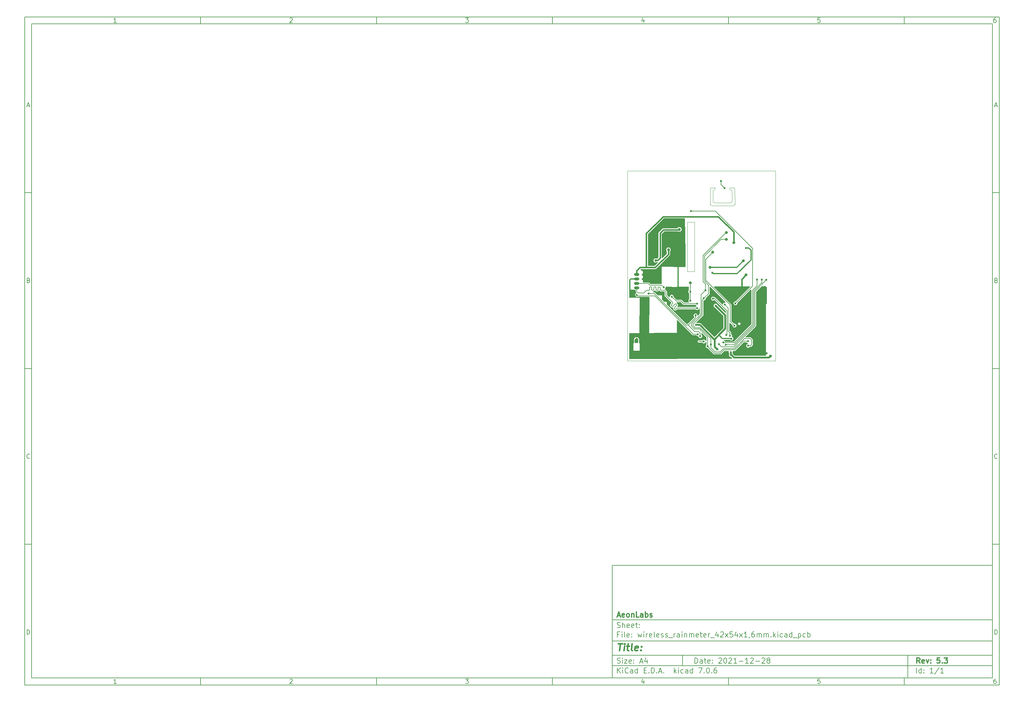
<source format=gbr>
G04 #@! TF.GenerationSoftware,KiCad,Pcbnew,7.0.6*
G04 #@! TF.CreationDate,2023-07-10T12:59:01+01:00*
G04 #@! TF.ProjectId,wireless_rainmeter_42x54x1_6mm,77697265-6c65-4737-935f-7261696e6d65,5.3*
G04 #@! TF.SameCoordinates,Original*
G04 #@! TF.FileFunction,Copper,L2,Bot*
G04 #@! TF.FilePolarity,Positive*
%FSLAX46Y46*%
G04 Gerber Fmt 4.6, Leading zero omitted, Abs format (unit mm)*
G04 Created by KiCad (PCBNEW 7.0.6) date 2023-07-10 12:59:01*
%MOMM*%
%LPD*%
G01*
G04 APERTURE LIST*
%ADD10C,0.100000*%
%ADD11C,0.150000*%
%ADD12C,0.300000*%
%ADD13C,0.400000*%
G04 #@! TA.AperFunction,SMDPad,CuDef*
%ADD14O,1.500000X0.800000*%
G04 #@! TD*
G04 #@! TA.AperFunction,SMDPad,CuDef*
%ADD15R,1.050000X1.100000*%
G04 #@! TD*
G04 #@! TA.AperFunction,SMDPad,CuDef*
%ADD16R,1.100000X2.250000*%
G04 #@! TD*
G04 #@! TA.AperFunction,ViaPad*
%ADD17C,0.600000*%
G04 #@! TD*
G04 #@! TA.AperFunction,ViaPad*
%ADD18C,0.800000*%
G04 #@! TD*
G04 #@! TA.AperFunction,ViaPad*
%ADD19C,0.700000*%
G04 #@! TD*
G04 #@! TA.AperFunction,Conductor*
%ADD20C,0.150000*%
G04 #@! TD*
G04 #@! TA.AperFunction,Conductor*
%ADD21C,0.300000*%
G04 #@! TD*
G04 #@! TA.AperFunction,Conductor*
%ADD22C,0.400000*%
G04 #@! TD*
G04 #@! TA.AperFunction,Conductor*
%ADD23C,0.320000*%
G04 #@! TD*
G04 #@! TA.AperFunction,Conductor*
%ADD24C,0.200000*%
G04 #@! TD*
G04 #@! TA.AperFunction,Conductor*
%ADD25C,0.510000*%
G04 #@! TD*
G04 #@! TA.AperFunction,Conductor*
%ADD26C,0.250000*%
G04 #@! TD*
G04 #@! TA.AperFunction,Profile*
%ADD27C,0.100000*%
G04 #@! TD*
G04 APERTURE END LIST*
D10*
D11*
X177002200Y-166007200D02*
X285002200Y-166007200D01*
X285002200Y-198007200D01*
X177002200Y-198007200D01*
X177002200Y-166007200D01*
D10*
D11*
X10000000Y-10000000D02*
X287002200Y-10000000D01*
X287002200Y-200007200D01*
X10000000Y-200007200D01*
X10000000Y-10000000D01*
D10*
D11*
X12000000Y-12000000D02*
X285002200Y-12000000D01*
X285002200Y-198007200D01*
X12000000Y-198007200D01*
X12000000Y-12000000D01*
D10*
D11*
X60000000Y-12000000D02*
X60000000Y-10000000D01*
D10*
D11*
X110000000Y-12000000D02*
X110000000Y-10000000D01*
D10*
D11*
X160000000Y-12000000D02*
X160000000Y-10000000D01*
D10*
D11*
X210000000Y-12000000D02*
X210000000Y-10000000D01*
D10*
D11*
X260000000Y-12000000D02*
X260000000Y-10000000D01*
D10*
D11*
X36089160Y-11593604D02*
X35346303Y-11593604D01*
X35717731Y-11593604D02*
X35717731Y-10293604D01*
X35717731Y-10293604D02*
X35593922Y-10479319D01*
X35593922Y-10479319D02*
X35470112Y-10603128D01*
X35470112Y-10603128D02*
X35346303Y-10665033D01*
D10*
D11*
X85346303Y-10417414D02*
X85408207Y-10355509D01*
X85408207Y-10355509D02*
X85532017Y-10293604D01*
X85532017Y-10293604D02*
X85841541Y-10293604D01*
X85841541Y-10293604D02*
X85965350Y-10355509D01*
X85965350Y-10355509D02*
X86027255Y-10417414D01*
X86027255Y-10417414D02*
X86089160Y-10541223D01*
X86089160Y-10541223D02*
X86089160Y-10665033D01*
X86089160Y-10665033D02*
X86027255Y-10850747D01*
X86027255Y-10850747D02*
X85284398Y-11593604D01*
X85284398Y-11593604D02*
X86089160Y-11593604D01*
D10*
D11*
X135284398Y-10293604D02*
X136089160Y-10293604D01*
X136089160Y-10293604D02*
X135655826Y-10788842D01*
X135655826Y-10788842D02*
X135841541Y-10788842D01*
X135841541Y-10788842D02*
X135965350Y-10850747D01*
X135965350Y-10850747D02*
X136027255Y-10912652D01*
X136027255Y-10912652D02*
X136089160Y-11036461D01*
X136089160Y-11036461D02*
X136089160Y-11345985D01*
X136089160Y-11345985D02*
X136027255Y-11469795D01*
X136027255Y-11469795D02*
X135965350Y-11531700D01*
X135965350Y-11531700D02*
X135841541Y-11593604D01*
X135841541Y-11593604D02*
X135470112Y-11593604D01*
X135470112Y-11593604D02*
X135346303Y-11531700D01*
X135346303Y-11531700D02*
X135284398Y-11469795D01*
D10*
D11*
X185965350Y-10726938D02*
X185965350Y-11593604D01*
X185655826Y-10231700D02*
X185346303Y-11160271D01*
X185346303Y-11160271D02*
X186151064Y-11160271D01*
D10*
D11*
X236027255Y-10293604D02*
X235408207Y-10293604D01*
X235408207Y-10293604D02*
X235346303Y-10912652D01*
X235346303Y-10912652D02*
X235408207Y-10850747D01*
X235408207Y-10850747D02*
X235532017Y-10788842D01*
X235532017Y-10788842D02*
X235841541Y-10788842D01*
X235841541Y-10788842D02*
X235965350Y-10850747D01*
X235965350Y-10850747D02*
X236027255Y-10912652D01*
X236027255Y-10912652D02*
X236089160Y-11036461D01*
X236089160Y-11036461D02*
X236089160Y-11345985D01*
X236089160Y-11345985D02*
X236027255Y-11469795D01*
X236027255Y-11469795D02*
X235965350Y-11531700D01*
X235965350Y-11531700D02*
X235841541Y-11593604D01*
X235841541Y-11593604D02*
X235532017Y-11593604D01*
X235532017Y-11593604D02*
X235408207Y-11531700D01*
X235408207Y-11531700D02*
X235346303Y-11469795D01*
D10*
D11*
X285965350Y-10293604D02*
X285717731Y-10293604D01*
X285717731Y-10293604D02*
X285593922Y-10355509D01*
X285593922Y-10355509D02*
X285532017Y-10417414D01*
X285532017Y-10417414D02*
X285408207Y-10603128D01*
X285408207Y-10603128D02*
X285346303Y-10850747D01*
X285346303Y-10850747D02*
X285346303Y-11345985D01*
X285346303Y-11345985D02*
X285408207Y-11469795D01*
X285408207Y-11469795D02*
X285470112Y-11531700D01*
X285470112Y-11531700D02*
X285593922Y-11593604D01*
X285593922Y-11593604D02*
X285841541Y-11593604D01*
X285841541Y-11593604D02*
X285965350Y-11531700D01*
X285965350Y-11531700D02*
X286027255Y-11469795D01*
X286027255Y-11469795D02*
X286089160Y-11345985D01*
X286089160Y-11345985D02*
X286089160Y-11036461D01*
X286089160Y-11036461D02*
X286027255Y-10912652D01*
X286027255Y-10912652D02*
X285965350Y-10850747D01*
X285965350Y-10850747D02*
X285841541Y-10788842D01*
X285841541Y-10788842D02*
X285593922Y-10788842D01*
X285593922Y-10788842D02*
X285470112Y-10850747D01*
X285470112Y-10850747D02*
X285408207Y-10912652D01*
X285408207Y-10912652D02*
X285346303Y-11036461D01*
D10*
D11*
X60000000Y-198007200D02*
X60000000Y-200007200D01*
D10*
D11*
X110000000Y-198007200D02*
X110000000Y-200007200D01*
D10*
D11*
X160000000Y-198007200D02*
X160000000Y-200007200D01*
D10*
D11*
X210000000Y-198007200D02*
X210000000Y-200007200D01*
D10*
D11*
X260000000Y-198007200D02*
X260000000Y-200007200D01*
D10*
D11*
X36089160Y-199600804D02*
X35346303Y-199600804D01*
X35717731Y-199600804D02*
X35717731Y-198300804D01*
X35717731Y-198300804D02*
X35593922Y-198486519D01*
X35593922Y-198486519D02*
X35470112Y-198610328D01*
X35470112Y-198610328D02*
X35346303Y-198672233D01*
D10*
D11*
X85346303Y-198424614D02*
X85408207Y-198362709D01*
X85408207Y-198362709D02*
X85532017Y-198300804D01*
X85532017Y-198300804D02*
X85841541Y-198300804D01*
X85841541Y-198300804D02*
X85965350Y-198362709D01*
X85965350Y-198362709D02*
X86027255Y-198424614D01*
X86027255Y-198424614D02*
X86089160Y-198548423D01*
X86089160Y-198548423D02*
X86089160Y-198672233D01*
X86089160Y-198672233D02*
X86027255Y-198857947D01*
X86027255Y-198857947D02*
X85284398Y-199600804D01*
X85284398Y-199600804D02*
X86089160Y-199600804D01*
D10*
D11*
X135284398Y-198300804D02*
X136089160Y-198300804D01*
X136089160Y-198300804D02*
X135655826Y-198796042D01*
X135655826Y-198796042D02*
X135841541Y-198796042D01*
X135841541Y-198796042D02*
X135965350Y-198857947D01*
X135965350Y-198857947D02*
X136027255Y-198919852D01*
X136027255Y-198919852D02*
X136089160Y-199043661D01*
X136089160Y-199043661D02*
X136089160Y-199353185D01*
X136089160Y-199353185D02*
X136027255Y-199476995D01*
X136027255Y-199476995D02*
X135965350Y-199538900D01*
X135965350Y-199538900D02*
X135841541Y-199600804D01*
X135841541Y-199600804D02*
X135470112Y-199600804D01*
X135470112Y-199600804D02*
X135346303Y-199538900D01*
X135346303Y-199538900D02*
X135284398Y-199476995D01*
D10*
D11*
X185965350Y-198734138D02*
X185965350Y-199600804D01*
X185655826Y-198238900D02*
X185346303Y-199167471D01*
X185346303Y-199167471D02*
X186151064Y-199167471D01*
D10*
D11*
X236027255Y-198300804D02*
X235408207Y-198300804D01*
X235408207Y-198300804D02*
X235346303Y-198919852D01*
X235346303Y-198919852D02*
X235408207Y-198857947D01*
X235408207Y-198857947D02*
X235532017Y-198796042D01*
X235532017Y-198796042D02*
X235841541Y-198796042D01*
X235841541Y-198796042D02*
X235965350Y-198857947D01*
X235965350Y-198857947D02*
X236027255Y-198919852D01*
X236027255Y-198919852D02*
X236089160Y-199043661D01*
X236089160Y-199043661D02*
X236089160Y-199353185D01*
X236089160Y-199353185D02*
X236027255Y-199476995D01*
X236027255Y-199476995D02*
X235965350Y-199538900D01*
X235965350Y-199538900D02*
X235841541Y-199600804D01*
X235841541Y-199600804D02*
X235532017Y-199600804D01*
X235532017Y-199600804D02*
X235408207Y-199538900D01*
X235408207Y-199538900D02*
X235346303Y-199476995D01*
D10*
D11*
X285965350Y-198300804D02*
X285717731Y-198300804D01*
X285717731Y-198300804D02*
X285593922Y-198362709D01*
X285593922Y-198362709D02*
X285532017Y-198424614D01*
X285532017Y-198424614D02*
X285408207Y-198610328D01*
X285408207Y-198610328D02*
X285346303Y-198857947D01*
X285346303Y-198857947D02*
X285346303Y-199353185D01*
X285346303Y-199353185D02*
X285408207Y-199476995D01*
X285408207Y-199476995D02*
X285470112Y-199538900D01*
X285470112Y-199538900D02*
X285593922Y-199600804D01*
X285593922Y-199600804D02*
X285841541Y-199600804D01*
X285841541Y-199600804D02*
X285965350Y-199538900D01*
X285965350Y-199538900D02*
X286027255Y-199476995D01*
X286027255Y-199476995D02*
X286089160Y-199353185D01*
X286089160Y-199353185D02*
X286089160Y-199043661D01*
X286089160Y-199043661D02*
X286027255Y-198919852D01*
X286027255Y-198919852D02*
X285965350Y-198857947D01*
X285965350Y-198857947D02*
X285841541Y-198796042D01*
X285841541Y-198796042D02*
X285593922Y-198796042D01*
X285593922Y-198796042D02*
X285470112Y-198857947D01*
X285470112Y-198857947D02*
X285408207Y-198919852D01*
X285408207Y-198919852D02*
X285346303Y-199043661D01*
D10*
D11*
X10000000Y-60000000D02*
X12000000Y-60000000D01*
D10*
D11*
X10000000Y-110000000D02*
X12000000Y-110000000D01*
D10*
D11*
X10000000Y-160000000D02*
X12000000Y-160000000D01*
D10*
D11*
X10690476Y-35222176D02*
X11309523Y-35222176D01*
X10566666Y-35593604D02*
X10999999Y-34293604D01*
X10999999Y-34293604D02*
X11433333Y-35593604D01*
D10*
D11*
X11092857Y-84912652D02*
X11278571Y-84974557D01*
X11278571Y-84974557D02*
X11340476Y-85036461D01*
X11340476Y-85036461D02*
X11402380Y-85160271D01*
X11402380Y-85160271D02*
X11402380Y-85345985D01*
X11402380Y-85345985D02*
X11340476Y-85469795D01*
X11340476Y-85469795D02*
X11278571Y-85531700D01*
X11278571Y-85531700D02*
X11154761Y-85593604D01*
X11154761Y-85593604D02*
X10659523Y-85593604D01*
X10659523Y-85593604D02*
X10659523Y-84293604D01*
X10659523Y-84293604D02*
X11092857Y-84293604D01*
X11092857Y-84293604D02*
X11216666Y-84355509D01*
X11216666Y-84355509D02*
X11278571Y-84417414D01*
X11278571Y-84417414D02*
X11340476Y-84541223D01*
X11340476Y-84541223D02*
X11340476Y-84665033D01*
X11340476Y-84665033D02*
X11278571Y-84788842D01*
X11278571Y-84788842D02*
X11216666Y-84850747D01*
X11216666Y-84850747D02*
X11092857Y-84912652D01*
X11092857Y-84912652D02*
X10659523Y-84912652D01*
D10*
D11*
X11402380Y-135469795D02*
X11340476Y-135531700D01*
X11340476Y-135531700D02*
X11154761Y-135593604D01*
X11154761Y-135593604D02*
X11030952Y-135593604D01*
X11030952Y-135593604D02*
X10845238Y-135531700D01*
X10845238Y-135531700D02*
X10721428Y-135407890D01*
X10721428Y-135407890D02*
X10659523Y-135284080D01*
X10659523Y-135284080D02*
X10597619Y-135036461D01*
X10597619Y-135036461D02*
X10597619Y-134850747D01*
X10597619Y-134850747D02*
X10659523Y-134603128D01*
X10659523Y-134603128D02*
X10721428Y-134479319D01*
X10721428Y-134479319D02*
X10845238Y-134355509D01*
X10845238Y-134355509D02*
X11030952Y-134293604D01*
X11030952Y-134293604D02*
X11154761Y-134293604D01*
X11154761Y-134293604D02*
X11340476Y-134355509D01*
X11340476Y-134355509D02*
X11402380Y-134417414D01*
D10*
D11*
X10659523Y-185593604D02*
X10659523Y-184293604D01*
X10659523Y-184293604D02*
X10969047Y-184293604D01*
X10969047Y-184293604D02*
X11154761Y-184355509D01*
X11154761Y-184355509D02*
X11278571Y-184479319D01*
X11278571Y-184479319D02*
X11340476Y-184603128D01*
X11340476Y-184603128D02*
X11402380Y-184850747D01*
X11402380Y-184850747D02*
X11402380Y-185036461D01*
X11402380Y-185036461D02*
X11340476Y-185284080D01*
X11340476Y-185284080D02*
X11278571Y-185407890D01*
X11278571Y-185407890D02*
X11154761Y-185531700D01*
X11154761Y-185531700D02*
X10969047Y-185593604D01*
X10969047Y-185593604D02*
X10659523Y-185593604D01*
D10*
D11*
X287002200Y-60000000D02*
X285002200Y-60000000D01*
D10*
D11*
X287002200Y-110000000D02*
X285002200Y-110000000D01*
D10*
D11*
X287002200Y-160000000D02*
X285002200Y-160000000D01*
D10*
D11*
X285692676Y-35222176D02*
X286311723Y-35222176D01*
X285568866Y-35593604D02*
X286002199Y-34293604D01*
X286002199Y-34293604D02*
X286435533Y-35593604D01*
D10*
D11*
X286095057Y-84912652D02*
X286280771Y-84974557D01*
X286280771Y-84974557D02*
X286342676Y-85036461D01*
X286342676Y-85036461D02*
X286404580Y-85160271D01*
X286404580Y-85160271D02*
X286404580Y-85345985D01*
X286404580Y-85345985D02*
X286342676Y-85469795D01*
X286342676Y-85469795D02*
X286280771Y-85531700D01*
X286280771Y-85531700D02*
X286156961Y-85593604D01*
X286156961Y-85593604D02*
X285661723Y-85593604D01*
X285661723Y-85593604D02*
X285661723Y-84293604D01*
X285661723Y-84293604D02*
X286095057Y-84293604D01*
X286095057Y-84293604D02*
X286218866Y-84355509D01*
X286218866Y-84355509D02*
X286280771Y-84417414D01*
X286280771Y-84417414D02*
X286342676Y-84541223D01*
X286342676Y-84541223D02*
X286342676Y-84665033D01*
X286342676Y-84665033D02*
X286280771Y-84788842D01*
X286280771Y-84788842D02*
X286218866Y-84850747D01*
X286218866Y-84850747D02*
X286095057Y-84912652D01*
X286095057Y-84912652D02*
X285661723Y-84912652D01*
D10*
D11*
X286404580Y-135469795D02*
X286342676Y-135531700D01*
X286342676Y-135531700D02*
X286156961Y-135593604D01*
X286156961Y-135593604D02*
X286033152Y-135593604D01*
X286033152Y-135593604D02*
X285847438Y-135531700D01*
X285847438Y-135531700D02*
X285723628Y-135407890D01*
X285723628Y-135407890D02*
X285661723Y-135284080D01*
X285661723Y-135284080D02*
X285599819Y-135036461D01*
X285599819Y-135036461D02*
X285599819Y-134850747D01*
X285599819Y-134850747D02*
X285661723Y-134603128D01*
X285661723Y-134603128D02*
X285723628Y-134479319D01*
X285723628Y-134479319D02*
X285847438Y-134355509D01*
X285847438Y-134355509D02*
X286033152Y-134293604D01*
X286033152Y-134293604D02*
X286156961Y-134293604D01*
X286156961Y-134293604D02*
X286342676Y-134355509D01*
X286342676Y-134355509D02*
X286404580Y-134417414D01*
D10*
D11*
X285661723Y-185593604D02*
X285661723Y-184293604D01*
X285661723Y-184293604D02*
X285971247Y-184293604D01*
X285971247Y-184293604D02*
X286156961Y-184355509D01*
X286156961Y-184355509D02*
X286280771Y-184479319D01*
X286280771Y-184479319D02*
X286342676Y-184603128D01*
X286342676Y-184603128D02*
X286404580Y-184850747D01*
X286404580Y-184850747D02*
X286404580Y-185036461D01*
X286404580Y-185036461D02*
X286342676Y-185284080D01*
X286342676Y-185284080D02*
X286280771Y-185407890D01*
X286280771Y-185407890D02*
X286156961Y-185531700D01*
X286156961Y-185531700D02*
X285971247Y-185593604D01*
X285971247Y-185593604D02*
X285661723Y-185593604D01*
D10*
D11*
X200458026Y-193793328D02*
X200458026Y-192293328D01*
X200458026Y-192293328D02*
X200815169Y-192293328D01*
X200815169Y-192293328D02*
X201029455Y-192364757D01*
X201029455Y-192364757D02*
X201172312Y-192507614D01*
X201172312Y-192507614D02*
X201243741Y-192650471D01*
X201243741Y-192650471D02*
X201315169Y-192936185D01*
X201315169Y-192936185D02*
X201315169Y-193150471D01*
X201315169Y-193150471D02*
X201243741Y-193436185D01*
X201243741Y-193436185D02*
X201172312Y-193579042D01*
X201172312Y-193579042D02*
X201029455Y-193721900D01*
X201029455Y-193721900D02*
X200815169Y-193793328D01*
X200815169Y-193793328D02*
X200458026Y-193793328D01*
X202600884Y-193793328D02*
X202600884Y-193007614D01*
X202600884Y-193007614D02*
X202529455Y-192864757D01*
X202529455Y-192864757D02*
X202386598Y-192793328D01*
X202386598Y-192793328D02*
X202100884Y-192793328D01*
X202100884Y-192793328D02*
X201958026Y-192864757D01*
X202600884Y-193721900D02*
X202458026Y-193793328D01*
X202458026Y-193793328D02*
X202100884Y-193793328D01*
X202100884Y-193793328D02*
X201958026Y-193721900D01*
X201958026Y-193721900D02*
X201886598Y-193579042D01*
X201886598Y-193579042D02*
X201886598Y-193436185D01*
X201886598Y-193436185D02*
X201958026Y-193293328D01*
X201958026Y-193293328D02*
X202100884Y-193221900D01*
X202100884Y-193221900D02*
X202458026Y-193221900D01*
X202458026Y-193221900D02*
X202600884Y-193150471D01*
X203100884Y-192793328D02*
X203672312Y-192793328D01*
X203315169Y-192293328D02*
X203315169Y-193579042D01*
X203315169Y-193579042D02*
X203386598Y-193721900D01*
X203386598Y-193721900D02*
X203529455Y-193793328D01*
X203529455Y-193793328D02*
X203672312Y-193793328D01*
X204743741Y-193721900D02*
X204600884Y-193793328D01*
X204600884Y-193793328D02*
X204315170Y-193793328D01*
X204315170Y-193793328D02*
X204172312Y-193721900D01*
X204172312Y-193721900D02*
X204100884Y-193579042D01*
X204100884Y-193579042D02*
X204100884Y-193007614D01*
X204100884Y-193007614D02*
X204172312Y-192864757D01*
X204172312Y-192864757D02*
X204315170Y-192793328D01*
X204315170Y-192793328D02*
X204600884Y-192793328D01*
X204600884Y-192793328D02*
X204743741Y-192864757D01*
X204743741Y-192864757D02*
X204815170Y-193007614D01*
X204815170Y-193007614D02*
X204815170Y-193150471D01*
X204815170Y-193150471D02*
X204100884Y-193293328D01*
X205458026Y-193650471D02*
X205529455Y-193721900D01*
X205529455Y-193721900D02*
X205458026Y-193793328D01*
X205458026Y-193793328D02*
X205386598Y-193721900D01*
X205386598Y-193721900D02*
X205458026Y-193650471D01*
X205458026Y-193650471D02*
X205458026Y-193793328D01*
X205458026Y-192864757D02*
X205529455Y-192936185D01*
X205529455Y-192936185D02*
X205458026Y-193007614D01*
X205458026Y-193007614D02*
X205386598Y-192936185D01*
X205386598Y-192936185D02*
X205458026Y-192864757D01*
X205458026Y-192864757D02*
X205458026Y-193007614D01*
X207243741Y-192436185D02*
X207315169Y-192364757D01*
X207315169Y-192364757D02*
X207458027Y-192293328D01*
X207458027Y-192293328D02*
X207815169Y-192293328D01*
X207815169Y-192293328D02*
X207958027Y-192364757D01*
X207958027Y-192364757D02*
X208029455Y-192436185D01*
X208029455Y-192436185D02*
X208100884Y-192579042D01*
X208100884Y-192579042D02*
X208100884Y-192721900D01*
X208100884Y-192721900D02*
X208029455Y-192936185D01*
X208029455Y-192936185D02*
X207172312Y-193793328D01*
X207172312Y-193793328D02*
X208100884Y-193793328D01*
X209029455Y-192293328D02*
X209172312Y-192293328D01*
X209172312Y-192293328D02*
X209315169Y-192364757D01*
X209315169Y-192364757D02*
X209386598Y-192436185D01*
X209386598Y-192436185D02*
X209458026Y-192579042D01*
X209458026Y-192579042D02*
X209529455Y-192864757D01*
X209529455Y-192864757D02*
X209529455Y-193221900D01*
X209529455Y-193221900D02*
X209458026Y-193507614D01*
X209458026Y-193507614D02*
X209386598Y-193650471D01*
X209386598Y-193650471D02*
X209315169Y-193721900D01*
X209315169Y-193721900D02*
X209172312Y-193793328D01*
X209172312Y-193793328D02*
X209029455Y-193793328D01*
X209029455Y-193793328D02*
X208886598Y-193721900D01*
X208886598Y-193721900D02*
X208815169Y-193650471D01*
X208815169Y-193650471D02*
X208743740Y-193507614D01*
X208743740Y-193507614D02*
X208672312Y-193221900D01*
X208672312Y-193221900D02*
X208672312Y-192864757D01*
X208672312Y-192864757D02*
X208743740Y-192579042D01*
X208743740Y-192579042D02*
X208815169Y-192436185D01*
X208815169Y-192436185D02*
X208886598Y-192364757D01*
X208886598Y-192364757D02*
X209029455Y-192293328D01*
X210100883Y-192436185D02*
X210172311Y-192364757D01*
X210172311Y-192364757D02*
X210315169Y-192293328D01*
X210315169Y-192293328D02*
X210672311Y-192293328D01*
X210672311Y-192293328D02*
X210815169Y-192364757D01*
X210815169Y-192364757D02*
X210886597Y-192436185D01*
X210886597Y-192436185D02*
X210958026Y-192579042D01*
X210958026Y-192579042D02*
X210958026Y-192721900D01*
X210958026Y-192721900D02*
X210886597Y-192936185D01*
X210886597Y-192936185D02*
X210029454Y-193793328D01*
X210029454Y-193793328D02*
X210958026Y-193793328D01*
X212386597Y-193793328D02*
X211529454Y-193793328D01*
X211958025Y-193793328D02*
X211958025Y-192293328D01*
X211958025Y-192293328D02*
X211815168Y-192507614D01*
X211815168Y-192507614D02*
X211672311Y-192650471D01*
X211672311Y-192650471D02*
X211529454Y-192721900D01*
X213029453Y-193221900D02*
X214172311Y-193221900D01*
X215672311Y-193793328D02*
X214815168Y-193793328D01*
X215243739Y-193793328D02*
X215243739Y-192293328D01*
X215243739Y-192293328D02*
X215100882Y-192507614D01*
X215100882Y-192507614D02*
X214958025Y-192650471D01*
X214958025Y-192650471D02*
X214815168Y-192721900D01*
X216243739Y-192436185D02*
X216315167Y-192364757D01*
X216315167Y-192364757D02*
X216458025Y-192293328D01*
X216458025Y-192293328D02*
X216815167Y-192293328D01*
X216815167Y-192293328D02*
X216958025Y-192364757D01*
X216958025Y-192364757D02*
X217029453Y-192436185D01*
X217029453Y-192436185D02*
X217100882Y-192579042D01*
X217100882Y-192579042D02*
X217100882Y-192721900D01*
X217100882Y-192721900D02*
X217029453Y-192936185D01*
X217029453Y-192936185D02*
X216172310Y-193793328D01*
X216172310Y-193793328D02*
X217100882Y-193793328D01*
X217743738Y-193221900D02*
X218886596Y-193221900D01*
X219529453Y-192436185D02*
X219600881Y-192364757D01*
X219600881Y-192364757D02*
X219743739Y-192293328D01*
X219743739Y-192293328D02*
X220100881Y-192293328D01*
X220100881Y-192293328D02*
X220243739Y-192364757D01*
X220243739Y-192364757D02*
X220315167Y-192436185D01*
X220315167Y-192436185D02*
X220386596Y-192579042D01*
X220386596Y-192579042D02*
X220386596Y-192721900D01*
X220386596Y-192721900D02*
X220315167Y-192936185D01*
X220315167Y-192936185D02*
X219458024Y-193793328D01*
X219458024Y-193793328D02*
X220386596Y-193793328D01*
X221243738Y-192936185D02*
X221100881Y-192864757D01*
X221100881Y-192864757D02*
X221029452Y-192793328D01*
X221029452Y-192793328D02*
X220958024Y-192650471D01*
X220958024Y-192650471D02*
X220958024Y-192579042D01*
X220958024Y-192579042D02*
X221029452Y-192436185D01*
X221029452Y-192436185D02*
X221100881Y-192364757D01*
X221100881Y-192364757D02*
X221243738Y-192293328D01*
X221243738Y-192293328D02*
X221529452Y-192293328D01*
X221529452Y-192293328D02*
X221672310Y-192364757D01*
X221672310Y-192364757D02*
X221743738Y-192436185D01*
X221743738Y-192436185D02*
X221815167Y-192579042D01*
X221815167Y-192579042D02*
X221815167Y-192650471D01*
X221815167Y-192650471D02*
X221743738Y-192793328D01*
X221743738Y-192793328D02*
X221672310Y-192864757D01*
X221672310Y-192864757D02*
X221529452Y-192936185D01*
X221529452Y-192936185D02*
X221243738Y-192936185D01*
X221243738Y-192936185D02*
X221100881Y-193007614D01*
X221100881Y-193007614D02*
X221029452Y-193079042D01*
X221029452Y-193079042D02*
X220958024Y-193221900D01*
X220958024Y-193221900D02*
X220958024Y-193507614D01*
X220958024Y-193507614D02*
X221029452Y-193650471D01*
X221029452Y-193650471D02*
X221100881Y-193721900D01*
X221100881Y-193721900D02*
X221243738Y-193793328D01*
X221243738Y-193793328D02*
X221529452Y-193793328D01*
X221529452Y-193793328D02*
X221672310Y-193721900D01*
X221672310Y-193721900D02*
X221743738Y-193650471D01*
X221743738Y-193650471D02*
X221815167Y-193507614D01*
X221815167Y-193507614D02*
X221815167Y-193221900D01*
X221815167Y-193221900D02*
X221743738Y-193079042D01*
X221743738Y-193079042D02*
X221672310Y-193007614D01*
X221672310Y-193007614D02*
X221529452Y-192936185D01*
D10*
D11*
X177002200Y-194507200D02*
X285002200Y-194507200D01*
D10*
D11*
X178458026Y-196593328D02*
X178458026Y-195093328D01*
X179315169Y-196593328D02*
X178672312Y-195736185D01*
X179315169Y-195093328D02*
X178458026Y-195950471D01*
X179958026Y-196593328D02*
X179958026Y-195593328D01*
X179958026Y-195093328D02*
X179886598Y-195164757D01*
X179886598Y-195164757D02*
X179958026Y-195236185D01*
X179958026Y-195236185D02*
X180029455Y-195164757D01*
X180029455Y-195164757D02*
X179958026Y-195093328D01*
X179958026Y-195093328D02*
X179958026Y-195236185D01*
X181529455Y-196450471D02*
X181458027Y-196521900D01*
X181458027Y-196521900D02*
X181243741Y-196593328D01*
X181243741Y-196593328D02*
X181100884Y-196593328D01*
X181100884Y-196593328D02*
X180886598Y-196521900D01*
X180886598Y-196521900D02*
X180743741Y-196379042D01*
X180743741Y-196379042D02*
X180672312Y-196236185D01*
X180672312Y-196236185D02*
X180600884Y-195950471D01*
X180600884Y-195950471D02*
X180600884Y-195736185D01*
X180600884Y-195736185D02*
X180672312Y-195450471D01*
X180672312Y-195450471D02*
X180743741Y-195307614D01*
X180743741Y-195307614D02*
X180886598Y-195164757D01*
X180886598Y-195164757D02*
X181100884Y-195093328D01*
X181100884Y-195093328D02*
X181243741Y-195093328D01*
X181243741Y-195093328D02*
X181458027Y-195164757D01*
X181458027Y-195164757D02*
X181529455Y-195236185D01*
X182815170Y-196593328D02*
X182815170Y-195807614D01*
X182815170Y-195807614D02*
X182743741Y-195664757D01*
X182743741Y-195664757D02*
X182600884Y-195593328D01*
X182600884Y-195593328D02*
X182315170Y-195593328D01*
X182315170Y-195593328D02*
X182172312Y-195664757D01*
X182815170Y-196521900D02*
X182672312Y-196593328D01*
X182672312Y-196593328D02*
X182315170Y-196593328D01*
X182315170Y-196593328D02*
X182172312Y-196521900D01*
X182172312Y-196521900D02*
X182100884Y-196379042D01*
X182100884Y-196379042D02*
X182100884Y-196236185D01*
X182100884Y-196236185D02*
X182172312Y-196093328D01*
X182172312Y-196093328D02*
X182315170Y-196021900D01*
X182315170Y-196021900D02*
X182672312Y-196021900D01*
X182672312Y-196021900D02*
X182815170Y-195950471D01*
X184172313Y-196593328D02*
X184172313Y-195093328D01*
X184172313Y-196521900D02*
X184029455Y-196593328D01*
X184029455Y-196593328D02*
X183743741Y-196593328D01*
X183743741Y-196593328D02*
X183600884Y-196521900D01*
X183600884Y-196521900D02*
X183529455Y-196450471D01*
X183529455Y-196450471D02*
X183458027Y-196307614D01*
X183458027Y-196307614D02*
X183458027Y-195879042D01*
X183458027Y-195879042D02*
X183529455Y-195736185D01*
X183529455Y-195736185D02*
X183600884Y-195664757D01*
X183600884Y-195664757D02*
X183743741Y-195593328D01*
X183743741Y-195593328D02*
X184029455Y-195593328D01*
X184029455Y-195593328D02*
X184172313Y-195664757D01*
X186029455Y-195807614D02*
X186529455Y-195807614D01*
X186743741Y-196593328D02*
X186029455Y-196593328D01*
X186029455Y-196593328D02*
X186029455Y-195093328D01*
X186029455Y-195093328D02*
X186743741Y-195093328D01*
X187386598Y-196450471D02*
X187458027Y-196521900D01*
X187458027Y-196521900D02*
X187386598Y-196593328D01*
X187386598Y-196593328D02*
X187315170Y-196521900D01*
X187315170Y-196521900D02*
X187386598Y-196450471D01*
X187386598Y-196450471D02*
X187386598Y-196593328D01*
X188100884Y-196593328D02*
X188100884Y-195093328D01*
X188100884Y-195093328D02*
X188458027Y-195093328D01*
X188458027Y-195093328D02*
X188672313Y-195164757D01*
X188672313Y-195164757D02*
X188815170Y-195307614D01*
X188815170Y-195307614D02*
X188886599Y-195450471D01*
X188886599Y-195450471D02*
X188958027Y-195736185D01*
X188958027Y-195736185D02*
X188958027Y-195950471D01*
X188958027Y-195950471D02*
X188886599Y-196236185D01*
X188886599Y-196236185D02*
X188815170Y-196379042D01*
X188815170Y-196379042D02*
X188672313Y-196521900D01*
X188672313Y-196521900D02*
X188458027Y-196593328D01*
X188458027Y-196593328D02*
X188100884Y-196593328D01*
X189600884Y-196450471D02*
X189672313Y-196521900D01*
X189672313Y-196521900D02*
X189600884Y-196593328D01*
X189600884Y-196593328D02*
X189529456Y-196521900D01*
X189529456Y-196521900D02*
X189600884Y-196450471D01*
X189600884Y-196450471D02*
X189600884Y-196593328D01*
X190243742Y-196164757D02*
X190958028Y-196164757D01*
X190100885Y-196593328D02*
X190600885Y-195093328D01*
X190600885Y-195093328D02*
X191100885Y-196593328D01*
X191600884Y-196450471D02*
X191672313Y-196521900D01*
X191672313Y-196521900D02*
X191600884Y-196593328D01*
X191600884Y-196593328D02*
X191529456Y-196521900D01*
X191529456Y-196521900D02*
X191600884Y-196450471D01*
X191600884Y-196450471D02*
X191600884Y-196593328D01*
X194600884Y-196593328D02*
X194600884Y-195093328D01*
X194743742Y-196021900D02*
X195172313Y-196593328D01*
X195172313Y-195593328D02*
X194600884Y-196164757D01*
X195815170Y-196593328D02*
X195815170Y-195593328D01*
X195815170Y-195093328D02*
X195743742Y-195164757D01*
X195743742Y-195164757D02*
X195815170Y-195236185D01*
X195815170Y-195236185D02*
X195886599Y-195164757D01*
X195886599Y-195164757D02*
X195815170Y-195093328D01*
X195815170Y-195093328D02*
X195815170Y-195236185D01*
X197172314Y-196521900D02*
X197029456Y-196593328D01*
X197029456Y-196593328D02*
X196743742Y-196593328D01*
X196743742Y-196593328D02*
X196600885Y-196521900D01*
X196600885Y-196521900D02*
X196529456Y-196450471D01*
X196529456Y-196450471D02*
X196458028Y-196307614D01*
X196458028Y-196307614D02*
X196458028Y-195879042D01*
X196458028Y-195879042D02*
X196529456Y-195736185D01*
X196529456Y-195736185D02*
X196600885Y-195664757D01*
X196600885Y-195664757D02*
X196743742Y-195593328D01*
X196743742Y-195593328D02*
X197029456Y-195593328D01*
X197029456Y-195593328D02*
X197172314Y-195664757D01*
X198458028Y-196593328D02*
X198458028Y-195807614D01*
X198458028Y-195807614D02*
X198386599Y-195664757D01*
X198386599Y-195664757D02*
X198243742Y-195593328D01*
X198243742Y-195593328D02*
X197958028Y-195593328D01*
X197958028Y-195593328D02*
X197815170Y-195664757D01*
X198458028Y-196521900D02*
X198315170Y-196593328D01*
X198315170Y-196593328D02*
X197958028Y-196593328D01*
X197958028Y-196593328D02*
X197815170Y-196521900D01*
X197815170Y-196521900D02*
X197743742Y-196379042D01*
X197743742Y-196379042D02*
X197743742Y-196236185D01*
X197743742Y-196236185D02*
X197815170Y-196093328D01*
X197815170Y-196093328D02*
X197958028Y-196021900D01*
X197958028Y-196021900D02*
X198315170Y-196021900D01*
X198315170Y-196021900D02*
X198458028Y-195950471D01*
X199815171Y-196593328D02*
X199815171Y-195093328D01*
X199815171Y-196521900D02*
X199672313Y-196593328D01*
X199672313Y-196593328D02*
X199386599Y-196593328D01*
X199386599Y-196593328D02*
X199243742Y-196521900D01*
X199243742Y-196521900D02*
X199172313Y-196450471D01*
X199172313Y-196450471D02*
X199100885Y-196307614D01*
X199100885Y-196307614D02*
X199100885Y-195879042D01*
X199100885Y-195879042D02*
X199172313Y-195736185D01*
X199172313Y-195736185D02*
X199243742Y-195664757D01*
X199243742Y-195664757D02*
X199386599Y-195593328D01*
X199386599Y-195593328D02*
X199672313Y-195593328D01*
X199672313Y-195593328D02*
X199815171Y-195664757D01*
X201529456Y-195093328D02*
X202529456Y-195093328D01*
X202529456Y-195093328D02*
X201886599Y-196593328D01*
X203100884Y-196450471D02*
X203172313Y-196521900D01*
X203172313Y-196521900D02*
X203100884Y-196593328D01*
X203100884Y-196593328D02*
X203029456Y-196521900D01*
X203029456Y-196521900D02*
X203100884Y-196450471D01*
X203100884Y-196450471D02*
X203100884Y-196593328D01*
X204100885Y-195093328D02*
X204243742Y-195093328D01*
X204243742Y-195093328D02*
X204386599Y-195164757D01*
X204386599Y-195164757D02*
X204458028Y-195236185D01*
X204458028Y-195236185D02*
X204529456Y-195379042D01*
X204529456Y-195379042D02*
X204600885Y-195664757D01*
X204600885Y-195664757D02*
X204600885Y-196021900D01*
X204600885Y-196021900D02*
X204529456Y-196307614D01*
X204529456Y-196307614D02*
X204458028Y-196450471D01*
X204458028Y-196450471D02*
X204386599Y-196521900D01*
X204386599Y-196521900D02*
X204243742Y-196593328D01*
X204243742Y-196593328D02*
X204100885Y-196593328D01*
X204100885Y-196593328D02*
X203958028Y-196521900D01*
X203958028Y-196521900D02*
X203886599Y-196450471D01*
X203886599Y-196450471D02*
X203815170Y-196307614D01*
X203815170Y-196307614D02*
X203743742Y-196021900D01*
X203743742Y-196021900D02*
X203743742Y-195664757D01*
X203743742Y-195664757D02*
X203815170Y-195379042D01*
X203815170Y-195379042D02*
X203886599Y-195236185D01*
X203886599Y-195236185D02*
X203958028Y-195164757D01*
X203958028Y-195164757D02*
X204100885Y-195093328D01*
X205243741Y-196450471D02*
X205315170Y-196521900D01*
X205315170Y-196521900D02*
X205243741Y-196593328D01*
X205243741Y-196593328D02*
X205172313Y-196521900D01*
X205172313Y-196521900D02*
X205243741Y-196450471D01*
X205243741Y-196450471D02*
X205243741Y-196593328D01*
X206600885Y-195093328D02*
X206315170Y-195093328D01*
X206315170Y-195093328D02*
X206172313Y-195164757D01*
X206172313Y-195164757D02*
X206100885Y-195236185D01*
X206100885Y-195236185D02*
X205958027Y-195450471D01*
X205958027Y-195450471D02*
X205886599Y-195736185D01*
X205886599Y-195736185D02*
X205886599Y-196307614D01*
X205886599Y-196307614D02*
X205958027Y-196450471D01*
X205958027Y-196450471D02*
X206029456Y-196521900D01*
X206029456Y-196521900D02*
X206172313Y-196593328D01*
X206172313Y-196593328D02*
X206458027Y-196593328D01*
X206458027Y-196593328D02*
X206600885Y-196521900D01*
X206600885Y-196521900D02*
X206672313Y-196450471D01*
X206672313Y-196450471D02*
X206743742Y-196307614D01*
X206743742Y-196307614D02*
X206743742Y-195950471D01*
X206743742Y-195950471D02*
X206672313Y-195807614D01*
X206672313Y-195807614D02*
X206600885Y-195736185D01*
X206600885Y-195736185D02*
X206458027Y-195664757D01*
X206458027Y-195664757D02*
X206172313Y-195664757D01*
X206172313Y-195664757D02*
X206029456Y-195736185D01*
X206029456Y-195736185D02*
X205958027Y-195807614D01*
X205958027Y-195807614D02*
X205886599Y-195950471D01*
D10*
D11*
X177002200Y-191507200D02*
X285002200Y-191507200D01*
D10*
D12*
X264413853Y-193785528D02*
X263913853Y-193071242D01*
X263556710Y-193785528D02*
X263556710Y-192285528D01*
X263556710Y-192285528D02*
X264128139Y-192285528D01*
X264128139Y-192285528D02*
X264270996Y-192356957D01*
X264270996Y-192356957D02*
X264342425Y-192428385D01*
X264342425Y-192428385D02*
X264413853Y-192571242D01*
X264413853Y-192571242D02*
X264413853Y-192785528D01*
X264413853Y-192785528D02*
X264342425Y-192928385D01*
X264342425Y-192928385D02*
X264270996Y-192999814D01*
X264270996Y-192999814D02*
X264128139Y-193071242D01*
X264128139Y-193071242D02*
X263556710Y-193071242D01*
X265628139Y-193714100D02*
X265485282Y-193785528D01*
X265485282Y-193785528D02*
X265199568Y-193785528D01*
X265199568Y-193785528D02*
X265056710Y-193714100D01*
X265056710Y-193714100D02*
X264985282Y-193571242D01*
X264985282Y-193571242D02*
X264985282Y-192999814D01*
X264985282Y-192999814D02*
X265056710Y-192856957D01*
X265056710Y-192856957D02*
X265199568Y-192785528D01*
X265199568Y-192785528D02*
X265485282Y-192785528D01*
X265485282Y-192785528D02*
X265628139Y-192856957D01*
X265628139Y-192856957D02*
X265699568Y-192999814D01*
X265699568Y-192999814D02*
X265699568Y-193142671D01*
X265699568Y-193142671D02*
X264985282Y-193285528D01*
X266199567Y-192785528D02*
X266556710Y-193785528D01*
X266556710Y-193785528D02*
X266913853Y-192785528D01*
X267485281Y-193642671D02*
X267556710Y-193714100D01*
X267556710Y-193714100D02*
X267485281Y-193785528D01*
X267485281Y-193785528D02*
X267413853Y-193714100D01*
X267413853Y-193714100D02*
X267485281Y-193642671D01*
X267485281Y-193642671D02*
X267485281Y-193785528D01*
X267485281Y-192856957D02*
X267556710Y-192928385D01*
X267556710Y-192928385D02*
X267485281Y-192999814D01*
X267485281Y-192999814D02*
X267413853Y-192928385D01*
X267413853Y-192928385D02*
X267485281Y-192856957D01*
X267485281Y-192856957D02*
X267485281Y-192999814D01*
X270056710Y-192285528D02*
X269342424Y-192285528D01*
X269342424Y-192285528D02*
X269270996Y-192999814D01*
X269270996Y-192999814D02*
X269342424Y-192928385D01*
X269342424Y-192928385D02*
X269485282Y-192856957D01*
X269485282Y-192856957D02*
X269842424Y-192856957D01*
X269842424Y-192856957D02*
X269985282Y-192928385D01*
X269985282Y-192928385D02*
X270056710Y-192999814D01*
X270056710Y-192999814D02*
X270128139Y-193142671D01*
X270128139Y-193142671D02*
X270128139Y-193499814D01*
X270128139Y-193499814D02*
X270056710Y-193642671D01*
X270056710Y-193642671D02*
X269985282Y-193714100D01*
X269985282Y-193714100D02*
X269842424Y-193785528D01*
X269842424Y-193785528D02*
X269485282Y-193785528D01*
X269485282Y-193785528D02*
X269342424Y-193714100D01*
X269342424Y-193714100D02*
X269270996Y-193642671D01*
X270770995Y-193642671D02*
X270842424Y-193714100D01*
X270842424Y-193714100D02*
X270770995Y-193785528D01*
X270770995Y-193785528D02*
X270699567Y-193714100D01*
X270699567Y-193714100D02*
X270770995Y-193642671D01*
X270770995Y-193642671D02*
X270770995Y-193785528D01*
X271342424Y-192285528D02*
X272270996Y-192285528D01*
X272270996Y-192285528D02*
X271770996Y-192856957D01*
X271770996Y-192856957D02*
X271985281Y-192856957D01*
X271985281Y-192856957D02*
X272128139Y-192928385D01*
X272128139Y-192928385D02*
X272199567Y-192999814D01*
X272199567Y-192999814D02*
X272270996Y-193142671D01*
X272270996Y-193142671D02*
X272270996Y-193499814D01*
X272270996Y-193499814D02*
X272199567Y-193642671D01*
X272199567Y-193642671D02*
X272128139Y-193714100D01*
X272128139Y-193714100D02*
X271985281Y-193785528D01*
X271985281Y-193785528D02*
X271556710Y-193785528D01*
X271556710Y-193785528D02*
X271413853Y-193714100D01*
X271413853Y-193714100D02*
X271342424Y-193642671D01*
D10*
D11*
X178386598Y-193721900D02*
X178600884Y-193793328D01*
X178600884Y-193793328D02*
X178958026Y-193793328D01*
X178958026Y-193793328D02*
X179100884Y-193721900D01*
X179100884Y-193721900D02*
X179172312Y-193650471D01*
X179172312Y-193650471D02*
X179243741Y-193507614D01*
X179243741Y-193507614D02*
X179243741Y-193364757D01*
X179243741Y-193364757D02*
X179172312Y-193221900D01*
X179172312Y-193221900D02*
X179100884Y-193150471D01*
X179100884Y-193150471D02*
X178958026Y-193079042D01*
X178958026Y-193079042D02*
X178672312Y-193007614D01*
X178672312Y-193007614D02*
X178529455Y-192936185D01*
X178529455Y-192936185D02*
X178458026Y-192864757D01*
X178458026Y-192864757D02*
X178386598Y-192721900D01*
X178386598Y-192721900D02*
X178386598Y-192579042D01*
X178386598Y-192579042D02*
X178458026Y-192436185D01*
X178458026Y-192436185D02*
X178529455Y-192364757D01*
X178529455Y-192364757D02*
X178672312Y-192293328D01*
X178672312Y-192293328D02*
X179029455Y-192293328D01*
X179029455Y-192293328D02*
X179243741Y-192364757D01*
X179886597Y-193793328D02*
X179886597Y-192793328D01*
X179886597Y-192293328D02*
X179815169Y-192364757D01*
X179815169Y-192364757D02*
X179886597Y-192436185D01*
X179886597Y-192436185D02*
X179958026Y-192364757D01*
X179958026Y-192364757D02*
X179886597Y-192293328D01*
X179886597Y-192293328D02*
X179886597Y-192436185D01*
X180458026Y-192793328D02*
X181243741Y-192793328D01*
X181243741Y-192793328D02*
X180458026Y-193793328D01*
X180458026Y-193793328D02*
X181243741Y-193793328D01*
X182386598Y-193721900D02*
X182243741Y-193793328D01*
X182243741Y-193793328D02*
X181958027Y-193793328D01*
X181958027Y-193793328D02*
X181815169Y-193721900D01*
X181815169Y-193721900D02*
X181743741Y-193579042D01*
X181743741Y-193579042D02*
X181743741Y-193007614D01*
X181743741Y-193007614D02*
X181815169Y-192864757D01*
X181815169Y-192864757D02*
X181958027Y-192793328D01*
X181958027Y-192793328D02*
X182243741Y-192793328D01*
X182243741Y-192793328D02*
X182386598Y-192864757D01*
X182386598Y-192864757D02*
X182458027Y-193007614D01*
X182458027Y-193007614D02*
X182458027Y-193150471D01*
X182458027Y-193150471D02*
X181743741Y-193293328D01*
X183100883Y-193650471D02*
X183172312Y-193721900D01*
X183172312Y-193721900D02*
X183100883Y-193793328D01*
X183100883Y-193793328D02*
X183029455Y-193721900D01*
X183029455Y-193721900D02*
X183100883Y-193650471D01*
X183100883Y-193650471D02*
X183100883Y-193793328D01*
X183100883Y-192864757D02*
X183172312Y-192936185D01*
X183172312Y-192936185D02*
X183100883Y-193007614D01*
X183100883Y-193007614D02*
X183029455Y-192936185D01*
X183029455Y-192936185D02*
X183100883Y-192864757D01*
X183100883Y-192864757D02*
X183100883Y-193007614D01*
X184886598Y-193364757D02*
X185600884Y-193364757D01*
X184743741Y-193793328D02*
X185243741Y-192293328D01*
X185243741Y-192293328D02*
X185743741Y-193793328D01*
X186886598Y-192793328D02*
X186886598Y-193793328D01*
X186529455Y-192221900D02*
X186172312Y-193293328D01*
X186172312Y-193293328D02*
X187100883Y-193293328D01*
D10*
D11*
X263458026Y-196593328D02*
X263458026Y-195093328D01*
X264815170Y-196593328D02*
X264815170Y-195093328D01*
X264815170Y-196521900D02*
X264672312Y-196593328D01*
X264672312Y-196593328D02*
X264386598Y-196593328D01*
X264386598Y-196593328D02*
X264243741Y-196521900D01*
X264243741Y-196521900D02*
X264172312Y-196450471D01*
X264172312Y-196450471D02*
X264100884Y-196307614D01*
X264100884Y-196307614D02*
X264100884Y-195879042D01*
X264100884Y-195879042D02*
X264172312Y-195736185D01*
X264172312Y-195736185D02*
X264243741Y-195664757D01*
X264243741Y-195664757D02*
X264386598Y-195593328D01*
X264386598Y-195593328D02*
X264672312Y-195593328D01*
X264672312Y-195593328D02*
X264815170Y-195664757D01*
X265529455Y-196450471D02*
X265600884Y-196521900D01*
X265600884Y-196521900D02*
X265529455Y-196593328D01*
X265529455Y-196593328D02*
X265458027Y-196521900D01*
X265458027Y-196521900D02*
X265529455Y-196450471D01*
X265529455Y-196450471D02*
X265529455Y-196593328D01*
X265529455Y-195664757D02*
X265600884Y-195736185D01*
X265600884Y-195736185D02*
X265529455Y-195807614D01*
X265529455Y-195807614D02*
X265458027Y-195736185D01*
X265458027Y-195736185D02*
X265529455Y-195664757D01*
X265529455Y-195664757D02*
X265529455Y-195807614D01*
X268172313Y-196593328D02*
X267315170Y-196593328D01*
X267743741Y-196593328D02*
X267743741Y-195093328D01*
X267743741Y-195093328D02*
X267600884Y-195307614D01*
X267600884Y-195307614D02*
X267458027Y-195450471D01*
X267458027Y-195450471D02*
X267315170Y-195521900D01*
X269886598Y-195021900D02*
X268600884Y-196950471D01*
X271172313Y-196593328D02*
X270315170Y-196593328D01*
X270743741Y-196593328D02*
X270743741Y-195093328D01*
X270743741Y-195093328D02*
X270600884Y-195307614D01*
X270600884Y-195307614D02*
X270458027Y-195450471D01*
X270458027Y-195450471D02*
X270315170Y-195521900D01*
D10*
D11*
X177002200Y-187507200D02*
X285002200Y-187507200D01*
D10*
D13*
X178693928Y-188211638D02*
X179836785Y-188211638D01*
X179015357Y-190211638D02*
X179265357Y-188211638D01*
X180253452Y-190211638D02*
X180420119Y-188878304D01*
X180503452Y-188211638D02*
X180396309Y-188306876D01*
X180396309Y-188306876D02*
X180479643Y-188402114D01*
X180479643Y-188402114D02*
X180586786Y-188306876D01*
X180586786Y-188306876D02*
X180503452Y-188211638D01*
X180503452Y-188211638D02*
X180479643Y-188402114D01*
X181086786Y-188878304D02*
X181848690Y-188878304D01*
X181455833Y-188211638D02*
X181241548Y-189925923D01*
X181241548Y-189925923D02*
X181312976Y-190116400D01*
X181312976Y-190116400D02*
X181491548Y-190211638D01*
X181491548Y-190211638D02*
X181682024Y-190211638D01*
X182634405Y-190211638D02*
X182455833Y-190116400D01*
X182455833Y-190116400D02*
X182384405Y-189925923D01*
X182384405Y-189925923D02*
X182598690Y-188211638D01*
X184170119Y-190116400D02*
X183967738Y-190211638D01*
X183967738Y-190211638D02*
X183586785Y-190211638D01*
X183586785Y-190211638D02*
X183408214Y-190116400D01*
X183408214Y-190116400D02*
X183336785Y-189925923D01*
X183336785Y-189925923D02*
X183432024Y-189164019D01*
X183432024Y-189164019D02*
X183551071Y-188973542D01*
X183551071Y-188973542D02*
X183753452Y-188878304D01*
X183753452Y-188878304D02*
X184134404Y-188878304D01*
X184134404Y-188878304D02*
X184312976Y-188973542D01*
X184312976Y-188973542D02*
X184384404Y-189164019D01*
X184384404Y-189164019D02*
X184360595Y-189354495D01*
X184360595Y-189354495D02*
X183384404Y-189544971D01*
X185134405Y-190021161D02*
X185217738Y-190116400D01*
X185217738Y-190116400D02*
X185110595Y-190211638D01*
X185110595Y-190211638D02*
X185027262Y-190116400D01*
X185027262Y-190116400D02*
X185134405Y-190021161D01*
X185134405Y-190021161D02*
X185110595Y-190211638D01*
X185265357Y-188973542D02*
X185348690Y-189068780D01*
X185348690Y-189068780D02*
X185241548Y-189164019D01*
X185241548Y-189164019D02*
X185158214Y-189068780D01*
X185158214Y-189068780D02*
X185265357Y-188973542D01*
X185265357Y-188973542D02*
X185241548Y-189164019D01*
D10*
D11*
X178958026Y-185607614D02*
X178458026Y-185607614D01*
X178458026Y-186393328D02*
X178458026Y-184893328D01*
X178458026Y-184893328D02*
X179172312Y-184893328D01*
X179743740Y-186393328D02*
X179743740Y-185393328D01*
X179743740Y-184893328D02*
X179672312Y-184964757D01*
X179672312Y-184964757D02*
X179743740Y-185036185D01*
X179743740Y-185036185D02*
X179815169Y-184964757D01*
X179815169Y-184964757D02*
X179743740Y-184893328D01*
X179743740Y-184893328D02*
X179743740Y-185036185D01*
X180672312Y-186393328D02*
X180529455Y-186321900D01*
X180529455Y-186321900D02*
X180458026Y-186179042D01*
X180458026Y-186179042D02*
X180458026Y-184893328D01*
X181815169Y-186321900D02*
X181672312Y-186393328D01*
X181672312Y-186393328D02*
X181386598Y-186393328D01*
X181386598Y-186393328D02*
X181243740Y-186321900D01*
X181243740Y-186321900D02*
X181172312Y-186179042D01*
X181172312Y-186179042D02*
X181172312Y-185607614D01*
X181172312Y-185607614D02*
X181243740Y-185464757D01*
X181243740Y-185464757D02*
X181386598Y-185393328D01*
X181386598Y-185393328D02*
X181672312Y-185393328D01*
X181672312Y-185393328D02*
X181815169Y-185464757D01*
X181815169Y-185464757D02*
X181886598Y-185607614D01*
X181886598Y-185607614D02*
X181886598Y-185750471D01*
X181886598Y-185750471D02*
X181172312Y-185893328D01*
X182529454Y-186250471D02*
X182600883Y-186321900D01*
X182600883Y-186321900D02*
X182529454Y-186393328D01*
X182529454Y-186393328D02*
X182458026Y-186321900D01*
X182458026Y-186321900D02*
X182529454Y-186250471D01*
X182529454Y-186250471D02*
X182529454Y-186393328D01*
X182529454Y-185464757D02*
X182600883Y-185536185D01*
X182600883Y-185536185D02*
X182529454Y-185607614D01*
X182529454Y-185607614D02*
X182458026Y-185536185D01*
X182458026Y-185536185D02*
X182529454Y-185464757D01*
X182529454Y-185464757D02*
X182529454Y-185607614D01*
X184243740Y-185393328D02*
X184529455Y-186393328D01*
X184529455Y-186393328D02*
X184815169Y-185679042D01*
X184815169Y-185679042D02*
X185100883Y-186393328D01*
X185100883Y-186393328D02*
X185386597Y-185393328D01*
X185958026Y-186393328D02*
X185958026Y-185393328D01*
X185958026Y-184893328D02*
X185886598Y-184964757D01*
X185886598Y-184964757D02*
X185958026Y-185036185D01*
X185958026Y-185036185D02*
X186029455Y-184964757D01*
X186029455Y-184964757D02*
X185958026Y-184893328D01*
X185958026Y-184893328D02*
X185958026Y-185036185D01*
X186672312Y-186393328D02*
X186672312Y-185393328D01*
X186672312Y-185679042D02*
X186743741Y-185536185D01*
X186743741Y-185536185D02*
X186815170Y-185464757D01*
X186815170Y-185464757D02*
X186958027Y-185393328D01*
X186958027Y-185393328D02*
X187100884Y-185393328D01*
X188172312Y-186321900D02*
X188029455Y-186393328D01*
X188029455Y-186393328D02*
X187743741Y-186393328D01*
X187743741Y-186393328D02*
X187600883Y-186321900D01*
X187600883Y-186321900D02*
X187529455Y-186179042D01*
X187529455Y-186179042D02*
X187529455Y-185607614D01*
X187529455Y-185607614D02*
X187600883Y-185464757D01*
X187600883Y-185464757D02*
X187743741Y-185393328D01*
X187743741Y-185393328D02*
X188029455Y-185393328D01*
X188029455Y-185393328D02*
X188172312Y-185464757D01*
X188172312Y-185464757D02*
X188243741Y-185607614D01*
X188243741Y-185607614D02*
X188243741Y-185750471D01*
X188243741Y-185750471D02*
X187529455Y-185893328D01*
X189100883Y-186393328D02*
X188958026Y-186321900D01*
X188958026Y-186321900D02*
X188886597Y-186179042D01*
X188886597Y-186179042D02*
X188886597Y-184893328D01*
X190243740Y-186321900D02*
X190100883Y-186393328D01*
X190100883Y-186393328D02*
X189815169Y-186393328D01*
X189815169Y-186393328D02*
X189672311Y-186321900D01*
X189672311Y-186321900D02*
X189600883Y-186179042D01*
X189600883Y-186179042D02*
X189600883Y-185607614D01*
X189600883Y-185607614D02*
X189672311Y-185464757D01*
X189672311Y-185464757D02*
X189815169Y-185393328D01*
X189815169Y-185393328D02*
X190100883Y-185393328D01*
X190100883Y-185393328D02*
X190243740Y-185464757D01*
X190243740Y-185464757D02*
X190315169Y-185607614D01*
X190315169Y-185607614D02*
X190315169Y-185750471D01*
X190315169Y-185750471D02*
X189600883Y-185893328D01*
X190886597Y-186321900D02*
X191029454Y-186393328D01*
X191029454Y-186393328D02*
X191315168Y-186393328D01*
X191315168Y-186393328D02*
X191458025Y-186321900D01*
X191458025Y-186321900D02*
X191529454Y-186179042D01*
X191529454Y-186179042D02*
X191529454Y-186107614D01*
X191529454Y-186107614D02*
X191458025Y-185964757D01*
X191458025Y-185964757D02*
X191315168Y-185893328D01*
X191315168Y-185893328D02*
X191100883Y-185893328D01*
X191100883Y-185893328D02*
X190958025Y-185821900D01*
X190958025Y-185821900D02*
X190886597Y-185679042D01*
X190886597Y-185679042D02*
X190886597Y-185607614D01*
X190886597Y-185607614D02*
X190958025Y-185464757D01*
X190958025Y-185464757D02*
X191100883Y-185393328D01*
X191100883Y-185393328D02*
X191315168Y-185393328D01*
X191315168Y-185393328D02*
X191458025Y-185464757D01*
X192100883Y-186321900D02*
X192243740Y-186393328D01*
X192243740Y-186393328D02*
X192529454Y-186393328D01*
X192529454Y-186393328D02*
X192672311Y-186321900D01*
X192672311Y-186321900D02*
X192743740Y-186179042D01*
X192743740Y-186179042D02*
X192743740Y-186107614D01*
X192743740Y-186107614D02*
X192672311Y-185964757D01*
X192672311Y-185964757D02*
X192529454Y-185893328D01*
X192529454Y-185893328D02*
X192315169Y-185893328D01*
X192315169Y-185893328D02*
X192172311Y-185821900D01*
X192172311Y-185821900D02*
X192100883Y-185679042D01*
X192100883Y-185679042D02*
X192100883Y-185607614D01*
X192100883Y-185607614D02*
X192172311Y-185464757D01*
X192172311Y-185464757D02*
X192315169Y-185393328D01*
X192315169Y-185393328D02*
X192529454Y-185393328D01*
X192529454Y-185393328D02*
X192672311Y-185464757D01*
X193029455Y-186536185D02*
X194172312Y-186536185D01*
X194529454Y-186393328D02*
X194529454Y-185393328D01*
X194529454Y-185679042D02*
X194600883Y-185536185D01*
X194600883Y-185536185D02*
X194672312Y-185464757D01*
X194672312Y-185464757D02*
X194815169Y-185393328D01*
X194815169Y-185393328D02*
X194958026Y-185393328D01*
X196100883Y-186393328D02*
X196100883Y-185607614D01*
X196100883Y-185607614D02*
X196029454Y-185464757D01*
X196029454Y-185464757D02*
X195886597Y-185393328D01*
X195886597Y-185393328D02*
X195600883Y-185393328D01*
X195600883Y-185393328D02*
X195458025Y-185464757D01*
X196100883Y-186321900D02*
X195958025Y-186393328D01*
X195958025Y-186393328D02*
X195600883Y-186393328D01*
X195600883Y-186393328D02*
X195458025Y-186321900D01*
X195458025Y-186321900D02*
X195386597Y-186179042D01*
X195386597Y-186179042D02*
X195386597Y-186036185D01*
X195386597Y-186036185D02*
X195458025Y-185893328D01*
X195458025Y-185893328D02*
X195600883Y-185821900D01*
X195600883Y-185821900D02*
X195958025Y-185821900D01*
X195958025Y-185821900D02*
X196100883Y-185750471D01*
X196815168Y-186393328D02*
X196815168Y-185393328D01*
X196815168Y-184893328D02*
X196743740Y-184964757D01*
X196743740Y-184964757D02*
X196815168Y-185036185D01*
X196815168Y-185036185D02*
X196886597Y-184964757D01*
X196886597Y-184964757D02*
X196815168Y-184893328D01*
X196815168Y-184893328D02*
X196815168Y-185036185D01*
X197529454Y-185393328D02*
X197529454Y-186393328D01*
X197529454Y-185536185D02*
X197600883Y-185464757D01*
X197600883Y-185464757D02*
X197743740Y-185393328D01*
X197743740Y-185393328D02*
X197958026Y-185393328D01*
X197958026Y-185393328D02*
X198100883Y-185464757D01*
X198100883Y-185464757D02*
X198172312Y-185607614D01*
X198172312Y-185607614D02*
X198172312Y-186393328D01*
X198886597Y-186393328D02*
X198886597Y-185393328D01*
X198886597Y-185536185D02*
X198958026Y-185464757D01*
X198958026Y-185464757D02*
X199100883Y-185393328D01*
X199100883Y-185393328D02*
X199315169Y-185393328D01*
X199315169Y-185393328D02*
X199458026Y-185464757D01*
X199458026Y-185464757D02*
X199529455Y-185607614D01*
X199529455Y-185607614D02*
X199529455Y-186393328D01*
X199529455Y-185607614D02*
X199600883Y-185464757D01*
X199600883Y-185464757D02*
X199743740Y-185393328D01*
X199743740Y-185393328D02*
X199958026Y-185393328D01*
X199958026Y-185393328D02*
X200100883Y-185464757D01*
X200100883Y-185464757D02*
X200172312Y-185607614D01*
X200172312Y-185607614D02*
X200172312Y-186393328D01*
X201458026Y-186321900D02*
X201315169Y-186393328D01*
X201315169Y-186393328D02*
X201029455Y-186393328D01*
X201029455Y-186393328D02*
X200886597Y-186321900D01*
X200886597Y-186321900D02*
X200815169Y-186179042D01*
X200815169Y-186179042D02*
X200815169Y-185607614D01*
X200815169Y-185607614D02*
X200886597Y-185464757D01*
X200886597Y-185464757D02*
X201029455Y-185393328D01*
X201029455Y-185393328D02*
X201315169Y-185393328D01*
X201315169Y-185393328D02*
X201458026Y-185464757D01*
X201458026Y-185464757D02*
X201529455Y-185607614D01*
X201529455Y-185607614D02*
X201529455Y-185750471D01*
X201529455Y-185750471D02*
X200815169Y-185893328D01*
X201958026Y-185393328D02*
X202529454Y-185393328D01*
X202172311Y-184893328D02*
X202172311Y-186179042D01*
X202172311Y-186179042D02*
X202243740Y-186321900D01*
X202243740Y-186321900D02*
X202386597Y-186393328D01*
X202386597Y-186393328D02*
X202529454Y-186393328D01*
X203600883Y-186321900D02*
X203458026Y-186393328D01*
X203458026Y-186393328D02*
X203172312Y-186393328D01*
X203172312Y-186393328D02*
X203029454Y-186321900D01*
X203029454Y-186321900D02*
X202958026Y-186179042D01*
X202958026Y-186179042D02*
X202958026Y-185607614D01*
X202958026Y-185607614D02*
X203029454Y-185464757D01*
X203029454Y-185464757D02*
X203172312Y-185393328D01*
X203172312Y-185393328D02*
X203458026Y-185393328D01*
X203458026Y-185393328D02*
X203600883Y-185464757D01*
X203600883Y-185464757D02*
X203672312Y-185607614D01*
X203672312Y-185607614D02*
X203672312Y-185750471D01*
X203672312Y-185750471D02*
X202958026Y-185893328D01*
X204315168Y-186393328D02*
X204315168Y-185393328D01*
X204315168Y-185679042D02*
X204386597Y-185536185D01*
X204386597Y-185536185D02*
X204458026Y-185464757D01*
X204458026Y-185464757D02*
X204600883Y-185393328D01*
X204600883Y-185393328D02*
X204743740Y-185393328D01*
X204886597Y-186536185D02*
X206029454Y-186536185D01*
X207029454Y-185393328D02*
X207029454Y-186393328D01*
X206672311Y-184821900D02*
X206315168Y-185893328D01*
X206315168Y-185893328D02*
X207243739Y-185893328D01*
X207743739Y-185036185D02*
X207815167Y-184964757D01*
X207815167Y-184964757D02*
X207958025Y-184893328D01*
X207958025Y-184893328D02*
X208315167Y-184893328D01*
X208315167Y-184893328D02*
X208458025Y-184964757D01*
X208458025Y-184964757D02*
X208529453Y-185036185D01*
X208529453Y-185036185D02*
X208600882Y-185179042D01*
X208600882Y-185179042D02*
X208600882Y-185321900D01*
X208600882Y-185321900D02*
X208529453Y-185536185D01*
X208529453Y-185536185D02*
X207672310Y-186393328D01*
X207672310Y-186393328D02*
X208600882Y-186393328D01*
X209100881Y-186393328D02*
X209886596Y-185393328D01*
X209100881Y-185393328D02*
X209886596Y-186393328D01*
X211172310Y-184893328D02*
X210458024Y-184893328D01*
X210458024Y-184893328D02*
X210386596Y-185607614D01*
X210386596Y-185607614D02*
X210458024Y-185536185D01*
X210458024Y-185536185D02*
X210600882Y-185464757D01*
X210600882Y-185464757D02*
X210958024Y-185464757D01*
X210958024Y-185464757D02*
X211100882Y-185536185D01*
X211100882Y-185536185D02*
X211172310Y-185607614D01*
X211172310Y-185607614D02*
X211243739Y-185750471D01*
X211243739Y-185750471D02*
X211243739Y-186107614D01*
X211243739Y-186107614D02*
X211172310Y-186250471D01*
X211172310Y-186250471D02*
X211100882Y-186321900D01*
X211100882Y-186321900D02*
X210958024Y-186393328D01*
X210958024Y-186393328D02*
X210600882Y-186393328D01*
X210600882Y-186393328D02*
X210458024Y-186321900D01*
X210458024Y-186321900D02*
X210386596Y-186250471D01*
X212529453Y-185393328D02*
X212529453Y-186393328D01*
X212172310Y-184821900D02*
X211815167Y-185893328D01*
X211815167Y-185893328D02*
X212743738Y-185893328D01*
X213172309Y-186393328D02*
X213958024Y-185393328D01*
X213172309Y-185393328D02*
X213958024Y-186393328D01*
X215315167Y-186393328D02*
X214458024Y-186393328D01*
X214886595Y-186393328D02*
X214886595Y-184893328D01*
X214886595Y-184893328D02*
X214743738Y-185107614D01*
X214743738Y-185107614D02*
X214600881Y-185250471D01*
X214600881Y-185250471D02*
X214458024Y-185321900D01*
X216029452Y-186321900D02*
X216029452Y-186393328D01*
X216029452Y-186393328D02*
X215958023Y-186536185D01*
X215958023Y-186536185D02*
X215886595Y-186607614D01*
X217315167Y-184893328D02*
X217029452Y-184893328D01*
X217029452Y-184893328D02*
X216886595Y-184964757D01*
X216886595Y-184964757D02*
X216815167Y-185036185D01*
X216815167Y-185036185D02*
X216672309Y-185250471D01*
X216672309Y-185250471D02*
X216600881Y-185536185D01*
X216600881Y-185536185D02*
X216600881Y-186107614D01*
X216600881Y-186107614D02*
X216672309Y-186250471D01*
X216672309Y-186250471D02*
X216743738Y-186321900D01*
X216743738Y-186321900D02*
X216886595Y-186393328D01*
X216886595Y-186393328D02*
X217172309Y-186393328D01*
X217172309Y-186393328D02*
X217315167Y-186321900D01*
X217315167Y-186321900D02*
X217386595Y-186250471D01*
X217386595Y-186250471D02*
X217458024Y-186107614D01*
X217458024Y-186107614D02*
X217458024Y-185750471D01*
X217458024Y-185750471D02*
X217386595Y-185607614D01*
X217386595Y-185607614D02*
X217315167Y-185536185D01*
X217315167Y-185536185D02*
X217172309Y-185464757D01*
X217172309Y-185464757D02*
X216886595Y-185464757D01*
X216886595Y-185464757D02*
X216743738Y-185536185D01*
X216743738Y-185536185D02*
X216672309Y-185607614D01*
X216672309Y-185607614D02*
X216600881Y-185750471D01*
X218100880Y-186393328D02*
X218100880Y-185393328D01*
X218100880Y-185536185D02*
X218172309Y-185464757D01*
X218172309Y-185464757D02*
X218315166Y-185393328D01*
X218315166Y-185393328D02*
X218529452Y-185393328D01*
X218529452Y-185393328D02*
X218672309Y-185464757D01*
X218672309Y-185464757D02*
X218743738Y-185607614D01*
X218743738Y-185607614D02*
X218743738Y-186393328D01*
X218743738Y-185607614D02*
X218815166Y-185464757D01*
X218815166Y-185464757D02*
X218958023Y-185393328D01*
X218958023Y-185393328D02*
X219172309Y-185393328D01*
X219172309Y-185393328D02*
X219315166Y-185464757D01*
X219315166Y-185464757D02*
X219386595Y-185607614D01*
X219386595Y-185607614D02*
X219386595Y-186393328D01*
X220100880Y-186393328D02*
X220100880Y-185393328D01*
X220100880Y-185536185D02*
X220172309Y-185464757D01*
X220172309Y-185464757D02*
X220315166Y-185393328D01*
X220315166Y-185393328D02*
X220529452Y-185393328D01*
X220529452Y-185393328D02*
X220672309Y-185464757D01*
X220672309Y-185464757D02*
X220743738Y-185607614D01*
X220743738Y-185607614D02*
X220743738Y-186393328D01*
X220743738Y-185607614D02*
X220815166Y-185464757D01*
X220815166Y-185464757D02*
X220958023Y-185393328D01*
X220958023Y-185393328D02*
X221172309Y-185393328D01*
X221172309Y-185393328D02*
X221315166Y-185464757D01*
X221315166Y-185464757D02*
X221386595Y-185607614D01*
X221386595Y-185607614D02*
X221386595Y-186393328D01*
X222100880Y-186250471D02*
X222172309Y-186321900D01*
X222172309Y-186321900D02*
X222100880Y-186393328D01*
X222100880Y-186393328D02*
X222029452Y-186321900D01*
X222029452Y-186321900D02*
X222100880Y-186250471D01*
X222100880Y-186250471D02*
X222100880Y-186393328D01*
X222815166Y-186393328D02*
X222815166Y-184893328D01*
X222958024Y-185821900D02*
X223386595Y-186393328D01*
X223386595Y-185393328D02*
X222815166Y-185964757D01*
X224029452Y-186393328D02*
X224029452Y-185393328D01*
X224029452Y-184893328D02*
X223958024Y-184964757D01*
X223958024Y-184964757D02*
X224029452Y-185036185D01*
X224029452Y-185036185D02*
X224100881Y-184964757D01*
X224100881Y-184964757D02*
X224029452Y-184893328D01*
X224029452Y-184893328D02*
X224029452Y-185036185D01*
X225386596Y-186321900D02*
X225243738Y-186393328D01*
X225243738Y-186393328D02*
X224958024Y-186393328D01*
X224958024Y-186393328D02*
X224815167Y-186321900D01*
X224815167Y-186321900D02*
X224743738Y-186250471D01*
X224743738Y-186250471D02*
X224672310Y-186107614D01*
X224672310Y-186107614D02*
X224672310Y-185679042D01*
X224672310Y-185679042D02*
X224743738Y-185536185D01*
X224743738Y-185536185D02*
X224815167Y-185464757D01*
X224815167Y-185464757D02*
X224958024Y-185393328D01*
X224958024Y-185393328D02*
X225243738Y-185393328D01*
X225243738Y-185393328D02*
X225386596Y-185464757D01*
X226672310Y-186393328D02*
X226672310Y-185607614D01*
X226672310Y-185607614D02*
X226600881Y-185464757D01*
X226600881Y-185464757D02*
X226458024Y-185393328D01*
X226458024Y-185393328D02*
X226172310Y-185393328D01*
X226172310Y-185393328D02*
X226029452Y-185464757D01*
X226672310Y-186321900D02*
X226529452Y-186393328D01*
X226529452Y-186393328D02*
X226172310Y-186393328D01*
X226172310Y-186393328D02*
X226029452Y-186321900D01*
X226029452Y-186321900D02*
X225958024Y-186179042D01*
X225958024Y-186179042D02*
X225958024Y-186036185D01*
X225958024Y-186036185D02*
X226029452Y-185893328D01*
X226029452Y-185893328D02*
X226172310Y-185821900D01*
X226172310Y-185821900D02*
X226529452Y-185821900D01*
X226529452Y-185821900D02*
X226672310Y-185750471D01*
X228029453Y-186393328D02*
X228029453Y-184893328D01*
X228029453Y-186321900D02*
X227886595Y-186393328D01*
X227886595Y-186393328D02*
X227600881Y-186393328D01*
X227600881Y-186393328D02*
X227458024Y-186321900D01*
X227458024Y-186321900D02*
X227386595Y-186250471D01*
X227386595Y-186250471D02*
X227315167Y-186107614D01*
X227315167Y-186107614D02*
X227315167Y-185679042D01*
X227315167Y-185679042D02*
X227386595Y-185536185D01*
X227386595Y-185536185D02*
X227458024Y-185464757D01*
X227458024Y-185464757D02*
X227600881Y-185393328D01*
X227600881Y-185393328D02*
X227886595Y-185393328D01*
X227886595Y-185393328D02*
X228029453Y-185464757D01*
X228386596Y-186536185D02*
X229529453Y-186536185D01*
X229886595Y-185393328D02*
X229886595Y-186893328D01*
X229886595Y-185464757D02*
X230029453Y-185393328D01*
X230029453Y-185393328D02*
X230315167Y-185393328D01*
X230315167Y-185393328D02*
X230458024Y-185464757D01*
X230458024Y-185464757D02*
X230529453Y-185536185D01*
X230529453Y-185536185D02*
X230600881Y-185679042D01*
X230600881Y-185679042D02*
X230600881Y-186107614D01*
X230600881Y-186107614D02*
X230529453Y-186250471D01*
X230529453Y-186250471D02*
X230458024Y-186321900D01*
X230458024Y-186321900D02*
X230315167Y-186393328D01*
X230315167Y-186393328D02*
X230029453Y-186393328D01*
X230029453Y-186393328D02*
X229886595Y-186321900D01*
X231886596Y-186321900D02*
X231743738Y-186393328D01*
X231743738Y-186393328D02*
X231458024Y-186393328D01*
X231458024Y-186393328D02*
X231315167Y-186321900D01*
X231315167Y-186321900D02*
X231243738Y-186250471D01*
X231243738Y-186250471D02*
X231172310Y-186107614D01*
X231172310Y-186107614D02*
X231172310Y-185679042D01*
X231172310Y-185679042D02*
X231243738Y-185536185D01*
X231243738Y-185536185D02*
X231315167Y-185464757D01*
X231315167Y-185464757D02*
X231458024Y-185393328D01*
X231458024Y-185393328D02*
X231743738Y-185393328D01*
X231743738Y-185393328D02*
X231886596Y-185464757D01*
X232529452Y-186393328D02*
X232529452Y-184893328D01*
X232529452Y-185464757D02*
X232672310Y-185393328D01*
X232672310Y-185393328D02*
X232958024Y-185393328D01*
X232958024Y-185393328D02*
X233100881Y-185464757D01*
X233100881Y-185464757D02*
X233172310Y-185536185D01*
X233172310Y-185536185D02*
X233243738Y-185679042D01*
X233243738Y-185679042D02*
X233243738Y-186107614D01*
X233243738Y-186107614D02*
X233172310Y-186250471D01*
X233172310Y-186250471D02*
X233100881Y-186321900D01*
X233100881Y-186321900D02*
X232958024Y-186393328D01*
X232958024Y-186393328D02*
X232672310Y-186393328D01*
X232672310Y-186393328D02*
X232529452Y-186321900D01*
D10*
D11*
X177002200Y-181507200D02*
X285002200Y-181507200D01*
D10*
D11*
X178386598Y-183621900D02*
X178600884Y-183693328D01*
X178600884Y-183693328D02*
X178958026Y-183693328D01*
X178958026Y-183693328D02*
X179100884Y-183621900D01*
X179100884Y-183621900D02*
X179172312Y-183550471D01*
X179172312Y-183550471D02*
X179243741Y-183407614D01*
X179243741Y-183407614D02*
X179243741Y-183264757D01*
X179243741Y-183264757D02*
X179172312Y-183121900D01*
X179172312Y-183121900D02*
X179100884Y-183050471D01*
X179100884Y-183050471D02*
X178958026Y-182979042D01*
X178958026Y-182979042D02*
X178672312Y-182907614D01*
X178672312Y-182907614D02*
X178529455Y-182836185D01*
X178529455Y-182836185D02*
X178458026Y-182764757D01*
X178458026Y-182764757D02*
X178386598Y-182621900D01*
X178386598Y-182621900D02*
X178386598Y-182479042D01*
X178386598Y-182479042D02*
X178458026Y-182336185D01*
X178458026Y-182336185D02*
X178529455Y-182264757D01*
X178529455Y-182264757D02*
X178672312Y-182193328D01*
X178672312Y-182193328D02*
X179029455Y-182193328D01*
X179029455Y-182193328D02*
X179243741Y-182264757D01*
X179886597Y-183693328D02*
X179886597Y-182193328D01*
X180529455Y-183693328D02*
X180529455Y-182907614D01*
X180529455Y-182907614D02*
X180458026Y-182764757D01*
X180458026Y-182764757D02*
X180315169Y-182693328D01*
X180315169Y-182693328D02*
X180100883Y-182693328D01*
X180100883Y-182693328D02*
X179958026Y-182764757D01*
X179958026Y-182764757D02*
X179886597Y-182836185D01*
X181815169Y-183621900D02*
X181672312Y-183693328D01*
X181672312Y-183693328D02*
X181386598Y-183693328D01*
X181386598Y-183693328D02*
X181243740Y-183621900D01*
X181243740Y-183621900D02*
X181172312Y-183479042D01*
X181172312Y-183479042D02*
X181172312Y-182907614D01*
X181172312Y-182907614D02*
X181243740Y-182764757D01*
X181243740Y-182764757D02*
X181386598Y-182693328D01*
X181386598Y-182693328D02*
X181672312Y-182693328D01*
X181672312Y-182693328D02*
X181815169Y-182764757D01*
X181815169Y-182764757D02*
X181886598Y-182907614D01*
X181886598Y-182907614D02*
X181886598Y-183050471D01*
X181886598Y-183050471D02*
X181172312Y-183193328D01*
X183100883Y-183621900D02*
X182958026Y-183693328D01*
X182958026Y-183693328D02*
X182672312Y-183693328D01*
X182672312Y-183693328D02*
X182529454Y-183621900D01*
X182529454Y-183621900D02*
X182458026Y-183479042D01*
X182458026Y-183479042D02*
X182458026Y-182907614D01*
X182458026Y-182907614D02*
X182529454Y-182764757D01*
X182529454Y-182764757D02*
X182672312Y-182693328D01*
X182672312Y-182693328D02*
X182958026Y-182693328D01*
X182958026Y-182693328D02*
X183100883Y-182764757D01*
X183100883Y-182764757D02*
X183172312Y-182907614D01*
X183172312Y-182907614D02*
X183172312Y-183050471D01*
X183172312Y-183050471D02*
X182458026Y-183193328D01*
X183600883Y-182693328D02*
X184172311Y-182693328D01*
X183815168Y-182193328D02*
X183815168Y-183479042D01*
X183815168Y-183479042D02*
X183886597Y-183621900D01*
X183886597Y-183621900D02*
X184029454Y-183693328D01*
X184029454Y-183693328D02*
X184172311Y-183693328D01*
X184672311Y-183550471D02*
X184743740Y-183621900D01*
X184743740Y-183621900D02*
X184672311Y-183693328D01*
X184672311Y-183693328D02*
X184600883Y-183621900D01*
X184600883Y-183621900D02*
X184672311Y-183550471D01*
X184672311Y-183550471D02*
X184672311Y-183693328D01*
X184672311Y-182764757D02*
X184743740Y-182836185D01*
X184743740Y-182836185D02*
X184672311Y-182907614D01*
X184672311Y-182907614D02*
X184600883Y-182836185D01*
X184600883Y-182836185D02*
X184672311Y-182764757D01*
X184672311Y-182764757D02*
X184672311Y-182907614D01*
D10*
D12*
X178485282Y-180256957D02*
X179199568Y-180256957D01*
X178342425Y-180685528D02*
X178842425Y-179185528D01*
X178842425Y-179185528D02*
X179342425Y-180685528D01*
X180413853Y-180614100D02*
X180270996Y-180685528D01*
X180270996Y-180685528D02*
X179985282Y-180685528D01*
X179985282Y-180685528D02*
X179842424Y-180614100D01*
X179842424Y-180614100D02*
X179770996Y-180471242D01*
X179770996Y-180471242D02*
X179770996Y-179899814D01*
X179770996Y-179899814D02*
X179842424Y-179756957D01*
X179842424Y-179756957D02*
X179985282Y-179685528D01*
X179985282Y-179685528D02*
X180270996Y-179685528D01*
X180270996Y-179685528D02*
X180413853Y-179756957D01*
X180413853Y-179756957D02*
X180485282Y-179899814D01*
X180485282Y-179899814D02*
X180485282Y-180042671D01*
X180485282Y-180042671D02*
X179770996Y-180185528D01*
X181342424Y-180685528D02*
X181199567Y-180614100D01*
X181199567Y-180614100D02*
X181128138Y-180542671D01*
X181128138Y-180542671D02*
X181056710Y-180399814D01*
X181056710Y-180399814D02*
X181056710Y-179971242D01*
X181056710Y-179971242D02*
X181128138Y-179828385D01*
X181128138Y-179828385D02*
X181199567Y-179756957D01*
X181199567Y-179756957D02*
X181342424Y-179685528D01*
X181342424Y-179685528D02*
X181556710Y-179685528D01*
X181556710Y-179685528D02*
X181699567Y-179756957D01*
X181699567Y-179756957D02*
X181770996Y-179828385D01*
X181770996Y-179828385D02*
X181842424Y-179971242D01*
X181842424Y-179971242D02*
X181842424Y-180399814D01*
X181842424Y-180399814D02*
X181770996Y-180542671D01*
X181770996Y-180542671D02*
X181699567Y-180614100D01*
X181699567Y-180614100D02*
X181556710Y-180685528D01*
X181556710Y-180685528D02*
X181342424Y-180685528D01*
X182485281Y-179685528D02*
X182485281Y-180685528D01*
X182485281Y-179828385D02*
X182556710Y-179756957D01*
X182556710Y-179756957D02*
X182699567Y-179685528D01*
X182699567Y-179685528D02*
X182913853Y-179685528D01*
X182913853Y-179685528D02*
X183056710Y-179756957D01*
X183056710Y-179756957D02*
X183128139Y-179899814D01*
X183128139Y-179899814D02*
X183128139Y-180685528D01*
X184556710Y-180685528D02*
X183842424Y-180685528D01*
X183842424Y-180685528D02*
X183842424Y-179185528D01*
X185699568Y-180685528D02*
X185699568Y-179899814D01*
X185699568Y-179899814D02*
X185628139Y-179756957D01*
X185628139Y-179756957D02*
X185485282Y-179685528D01*
X185485282Y-179685528D02*
X185199568Y-179685528D01*
X185199568Y-179685528D02*
X185056710Y-179756957D01*
X185699568Y-180614100D02*
X185556710Y-180685528D01*
X185556710Y-180685528D02*
X185199568Y-180685528D01*
X185199568Y-180685528D02*
X185056710Y-180614100D01*
X185056710Y-180614100D02*
X184985282Y-180471242D01*
X184985282Y-180471242D02*
X184985282Y-180328385D01*
X184985282Y-180328385D02*
X185056710Y-180185528D01*
X185056710Y-180185528D02*
X185199568Y-180114100D01*
X185199568Y-180114100D02*
X185556710Y-180114100D01*
X185556710Y-180114100D02*
X185699568Y-180042671D01*
X186413853Y-180685528D02*
X186413853Y-179185528D01*
X186413853Y-179756957D02*
X186556711Y-179685528D01*
X186556711Y-179685528D02*
X186842425Y-179685528D01*
X186842425Y-179685528D02*
X186985282Y-179756957D01*
X186985282Y-179756957D02*
X187056711Y-179828385D01*
X187056711Y-179828385D02*
X187128139Y-179971242D01*
X187128139Y-179971242D02*
X187128139Y-180399814D01*
X187128139Y-180399814D02*
X187056711Y-180542671D01*
X187056711Y-180542671D02*
X186985282Y-180614100D01*
X186985282Y-180614100D02*
X186842425Y-180685528D01*
X186842425Y-180685528D02*
X186556711Y-180685528D01*
X186556711Y-180685528D02*
X186413853Y-180614100D01*
X187699568Y-180614100D02*
X187842425Y-180685528D01*
X187842425Y-180685528D02*
X188128139Y-180685528D01*
X188128139Y-180685528D02*
X188270996Y-180614100D01*
X188270996Y-180614100D02*
X188342425Y-180471242D01*
X188342425Y-180471242D02*
X188342425Y-180399814D01*
X188342425Y-180399814D02*
X188270996Y-180256957D01*
X188270996Y-180256957D02*
X188128139Y-180185528D01*
X188128139Y-180185528D02*
X187913854Y-180185528D01*
X187913854Y-180185528D02*
X187770996Y-180114100D01*
X187770996Y-180114100D02*
X187699568Y-179971242D01*
X187699568Y-179971242D02*
X187699568Y-179899814D01*
X187699568Y-179899814D02*
X187770996Y-179756957D01*
X187770996Y-179756957D02*
X187913854Y-179685528D01*
X187913854Y-179685528D02*
X188128139Y-179685528D01*
X188128139Y-179685528D02*
X188270996Y-179756957D01*
D10*
D11*
D10*
D11*
D10*
D11*
D10*
D11*
D10*
D11*
X197002200Y-191507200D02*
X197002200Y-194507200D01*
D10*
D11*
X261002200Y-191507200D02*
X261002200Y-198007200D01*
D14*
G04 #@! TO.P,ICSP1,4,Pin_4*
G04 #@! TO.N,RXD0*
X183969848Y-87089949D03*
G04 #@! TO.P,ICSP1,3,Pin_3*
G04 #@! TO.N,TXD0*
X183969848Y-85819949D03*
G04 #@! TO.P,ICSP1,2,Pin_2*
G04 #@! TO.N,GND*
X183969848Y-84549949D03*
G04 #@! TO.P,ICSP1,1,Pin_1*
G04 #@! TO.N,VIN*
X183969848Y-83279949D03*
G04 #@! TD*
D15*
G04 #@! TO.P,J20,3,SIG*
G04 #@! TO.N,unconnected-(J20-SIG-Pad3)*
X183879848Y-102189949D03*
D16*
G04 #@! TO.P,J20,2,GND*
G04 #@! TO.N,GND*
X185354848Y-103739949D03*
G04 #@! TO.P,J20,1,GND*
X182404848Y-103739949D03*
G04 #@! TD*
D17*
G04 #@! TO.N,GND*
X207880000Y-56630000D03*
X208930000Y-58710000D03*
G04 #@! TO.N,RAIN_SENSOR_IO36*
X199360000Y-65220000D03*
X211990000Y-91440000D03*
G04 #@! TO.N,GND_SOLAR*
X215010000Y-75680000D03*
X205450000Y-82770000D03*
D18*
G04 #@! TO.N,VIN_SOLAR*
X214260000Y-79370000D03*
X204740000Y-81240000D03*
G04 #@! TO.N,VIN*
X211500000Y-74230000D03*
D17*
G04 #@! TO.N,GND*
X195660000Y-86980000D03*
D18*
G04 #@! TO.N,3V3*
X199150000Y-85620000D03*
G04 #@! TO.N,BAT_SENSE_IO21*
X205540000Y-76940000D03*
G04 #@! TO.N,GPIO8_I2C_SDA*
X209405000Y-71307500D03*
G04 #@! TO.N,GPIO9_I2C_SCL*
X209415000Y-73267500D03*
G04 #@! TO.N,GND*
X213760000Y-87000000D03*
D17*
G04 #@! TO.N,LED_B_IO13*
X218120000Y-84730000D03*
G04 #@! TO.N,LED_G_IO11*
X219490000Y-84700000D03*
G04 #@! TO.N,LED_R_IO10*
X220780000Y-84790000D03*
G04 #@! TO.N,BAT_SENSE_IO21*
X211730000Y-97790000D03*
D18*
G04 #@! TO.N,GND*
X215010000Y-83360000D03*
D17*
X203849848Y-104919949D03*
X220859848Y-105659949D03*
D19*
X197719848Y-106619949D03*
D18*
X206749848Y-98299949D03*
D17*
X182494848Y-89624949D03*
X195879848Y-93739949D03*
D18*
X220429848Y-86989949D03*
D17*
X198269848Y-104619949D03*
X197314848Y-100044949D03*
X196369848Y-91949949D03*
D18*
X192222500Y-71790000D03*
X219329848Y-100839949D03*
D17*
X201419848Y-104869949D03*
X201035098Y-93924699D03*
D18*
X205349848Y-96859949D03*
G04 #@! TO.N,Net-(ANT1-Pad1)*
X183889848Y-101670447D03*
D17*
G04 #@! TO.N,Net-(ESP32S3-GPIO16{slash}ADC2_CH5{slash}XTAL_32K_N)*
X205639848Y-90119949D03*
X209389848Y-100479949D03*
D18*
G04 #@! TO.N,3V3*
X221940000Y-106450000D03*
D19*
X206779848Y-104524449D03*
D18*
X196032500Y-70440000D03*
D17*
X210839848Y-101519949D03*
X200779848Y-97599949D03*
D19*
X189315000Y-79252500D03*
D17*
X210669848Y-105359949D03*
X199199848Y-90689949D03*
X210699848Y-106149949D03*
X199129848Y-88129949D03*
X206369848Y-92129949D03*
G04 #@! TO.N,Net-(ESP32S3-GPIO15{slash}ADC2_CH4{slash}XTAL_32K_P)*
X208989848Y-91809949D03*
X210469848Y-100702479D03*
G04 #@! TO.N,CHIP_EN*
X183969848Y-89070000D03*
X201325946Y-100248434D03*
G04 #@! TO.N,ESP_GPIO0_BOOT-DTR*
X201999848Y-100789949D03*
X200669848Y-94889949D03*
X187326330Y-88684449D03*
G04 #@! TO.N,GPIO8_I2C_SDA*
X204090000Y-103660000D03*
X203519848Y-87729949D03*
X215590000Y-102220000D03*
G04 #@! TO.N,TXD0*
X191610000Y-86890000D03*
G04 #@! TO.N,RXD0*
X201109848Y-92799949D03*
G04 #@! TO.N,GPIO9_I2C_SCL*
X215610000Y-103530000D03*
X204980000Y-103160000D03*
X202994348Y-90056398D03*
G04 #@! TO.N,Net-(ESP32S3-U0TXD{slash}PROG{slash}GPIO43)*
X193890000Y-89570000D03*
X201099848Y-91579949D03*
G04 #@! TO.N,GPIO06_EXT_PLUG2*
X203019848Y-102299949D03*
D18*
G04 #@! TO.N,VIN*
X192952500Y-76220000D03*
D17*
G04 #@! TO.N,LED_R_IO10*
X207269848Y-103029949D03*
G04 #@! TO.N,LED_G_IO11*
X209229320Y-103255449D03*
G04 #@! TO.N,LED_B_IO13*
X208576081Y-102575449D03*
G04 #@! TD*
D20*
G04 #@! TO.N,CHIP_EN*
X189124848Y-89354949D02*
X200018333Y-100248434D01*
X184254797Y-89354949D02*
X189124848Y-89354949D01*
X183969848Y-89070000D02*
X184254797Y-89354949D01*
X200018333Y-100248434D02*
X201325946Y-100248434D01*
G04 #@! TO.N,GPIO9_I2C_SCL*
X204980000Y-104110000D02*
X204980000Y-103160000D01*
X206170000Y-105300000D02*
X204980000Y-104110000D01*
X207610000Y-105300000D02*
X206170000Y-105300000D01*
X208550000Y-104360000D02*
X207610000Y-105300000D01*
X211630000Y-104360000D02*
X208550000Y-104360000D01*
X214550000Y-101440000D02*
X211630000Y-104360000D01*
X216200000Y-101440000D02*
X214550000Y-101440000D01*
X216620000Y-101860000D02*
X216200000Y-101440000D01*
X216280000Y-103530000D02*
X216620000Y-103190000D01*
X216620000Y-103190000D02*
X216620000Y-101860000D01*
X215610000Y-103530000D02*
X216280000Y-103530000D01*
G04 #@! TO.N,GPIO8_I2C_SDA*
X211774974Y-104710000D02*
X214264974Y-102220000D01*
X207754974Y-105650000D02*
X208694974Y-104710000D01*
X205990000Y-105650000D02*
X207754974Y-105650000D01*
X208694974Y-104710000D02*
X211774974Y-104710000D01*
X214264974Y-102220000D02*
X215590000Y-102220000D01*
X204090000Y-103750000D02*
X205990000Y-105650000D01*
X204090000Y-103660000D02*
X204090000Y-103750000D01*
X204090000Y-103660000D02*
X204090000Y-101054608D01*
X204090000Y-101054608D02*
X202692696Y-99657304D01*
G04 #@! TO.N,GPIO9_I2C_SCL*
X204980000Y-103160000D02*
X204980000Y-101449636D01*
X204980000Y-101449636D02*
X202605182Y-99074818D01*
G04 #@! TO.N,GND*
X207880000Y-57670000D02*
X207880000Y-56630000D01*
X208920000Y-58710000D02*
X207880000Y-57670000D01*
X208930000Y-58710000D02*
X208920000Y-58710000D01*
G04 #@! TO.N,RAIN_SENSOR_IO36*
X199370000Y-65230000D02*
X199360000Y-65220000D01*
X206280000Y-65230000D02*
X199370000Y-65230000D01*
X216870000Y-75820000D02*
X206280000Y-65230000D01*
X211990000Y-91440000D02*
X216870000Y-86560000D01*
X216870000Y-86560000D02*
X216870000Y-75820000D01*
G04 #@! TO.N,GPIO8_I2C_SDA*
X209367526Y-71307500D02*
X209405000Y-71307500D01*
X202850000Y-85269949D02*
X202850000Y-77825026D01*
X202850000Y-77825026D02*
X209367526Y-71307500D01*
X203519848Y-87729949D02*
X203519848Y-85939797D01*
X203519848Y-85939797D02*
X202850000Y-85269949D01*
G04 #@! TO.N,GPIO9_I2C_SCL*
X203200000Y-77970000D02*
X207902500Y-73267500D01*
X203200000Y-85124975D02*
X203200000Y-77970000D01*
X204340000Y-86264974D02*
X203200000Y-85124975D01*
X204340000Y-88719797D02*
X204340000Y-86264974D01*
X203003399Y-90056398D02*
X204340000Y-88719797D01*
X202994348Y-90056398D02*
X203003399Y-90056398D01*
X207902500Y-73267500D02*
X209415000Y-73267500D01*
G04 #@! TO.N,BAT_SENSE_IO21*
X205580000Y-76880000D02*
X205710000Y-76880000D01*
X210500000Y-91930000D02*
X203550000Y-84980000D01*
X203550000Y-78910000D02*
X205580000Y-76880000D01*
X210500000Y-96560000D02*
X210500000Y-91930000D01*
X203550000Y-84980000D02*
X203550000Y-78910000D01*
X211730000Y-97790000D02*
X210500000Y-96560000D01*
D21*
G04 #@! TO.N,VIN_SOLAR*
X212390000Y-81240000D02*
X214260000Y-79370000D01*
X204740000Y-81240000D02*
X212390000Y-81240000D01*
G04 #@! TO.N,GND_SOLAR*
X212470000Y-83040000D02*
X205720000Y-83040000D01*
X216400000Y-76350000D02*
X216400000Y-79110000D01*
X216400000Y-79110000D02*
X212470000Y-83040000D01*
X205720000Y-83040000D02*
X205450000Y-82770000D01*
X215730000Y-75680000D02*
X216400000Y-76350000D01*
X215010000Y-75680000D02*
X215730000Y-75680000D01*
D22*
G04 #@! TO.N,VIN*
X207140000Y-66800000D02*
X211500000Y-71160000D01*
X191440000Y-66800000D02*
X207140000Y-66800000D01*
X211500000Y-71160000D02*
X211500000Y-74230000D01*
X186650000Y-71590000D02*
X191440000Y-66800000D01*
X186650000Y-81260000D02*
X186650000Y-71590000D01*
X186650000Y-81260000D02*
X189200000Y-81260000D01*
X184860000Y-81260000D02*
X186650000Y-81260000D01*
G04 #@! TO.N,3V3*
X189907500Y-79222500D02*
X189315000Y-79222500D01*
X190610000Y-78520000D02*
X189907500Y-79222500D01*
X190592500Y-71517500D02*
X190592500Y-78228528D01*
X195912500Y-70560000D02*
X191550000Y-70560000D01*
X190610000Y-78246028D02*
X190610000Y-78520000D01*
X196032500Y-70440000D02*
X195912500Y-70560000D01*
X191550000Y-70560000D02*
X190592500Y-71517500D01*
X190592500Y-78228528D02*
X190610000Y-78246028D01*
D23*
G04 #@! TO.N,GND*
X192222500Y-71932500D02*
X195660000Y-75370000D01*
X195660000Y-75370000D02*
X195660000Y-86980000D01*
X192222500Y-71790000D02*
X192222500Y-71932500D01*
D22*
G04 #@! TO.N,VIN*
X192952500Y-77507500D02*
X192952500Y-76220000D01*
X189200000Y-81260000D02*
X192952500Y-77507500D01*
X183969848Y-82150152D02*
X184860000Y-81260000D01*
X183969848Y-83279949D02*
X183969848Y-82150152D01*
D20*
G04 #@! TO.N,LED_B_IO13*
X209329021Y-102679949D02*
X209328021Y-102680949D01*
X216830000Y-97514875D02*
X211664926Y-102679949D01*
X209328021Y-102680949D02*
X208681581Y-102680949D01*
X218120000Y-86480052D02*
X216830000Y-87770051D01*
X218120000Y-84730000D02*
X218120000Y-86480052D01*
X216830000Y-87770051D02*
X216830000Y-97514875D01*
X211664926Y-102679949D02*
X209329021Y-102679949D01*
X208681581Y-102680949D02*
X208576081Y-102575449D01*
G04 #@! TO.N,LED_G_IO11*
X211584400Y-103255449D02*
X209229320Y-103255449D01*
X217180000Y-97659849D02*
X211584400Y-103255449D01*
X219490000Y-85605026D02*
X217180000Y-87915026D01*
X217180000Y-87915026D02*
X217180000Y-97659849D01*
X219490000Y-84700000D02*
X219490000Y-85605026D01*
G04 #@! TO.N,LED_R_IO10*
X208069848Y-103829949D02*
X207269848Y-103029949D01*
X211504874Y-103829949D02*
X208069848Y-103829949D01*
X217530000Y-88060000D02*
X217530000Y-97804823D01*
X217530000Y-97804823D02*
X211504874Y-103829949D01*
X220780000Y-84810000D02*
X217530000Y-88060000D01*
X220780000Y-84790000D02*
X220780000Y-84810000D01*
D24*
G04 #@! TO.N,3V3*
X199129848Y-85729848D02*
X199129848Y-88129949D01*
X199120000Y-85720000D02*
X199129848Y-85729848D01*
D22*
G04 #@! TO.N,GND*
X215010000Y-83360000D02*
X213779949Y-84590051D01*
X213779949Y-84590051D02*
X213779949Y-86859949D01*
D20*
G04 #@! TO.N,GPIO8_I2C_SDA*
X202200000Y-94570000D02*
X202200000Y-89049797D01*
X199530000Y-97894974D02*
X199530000Y-97240000D01*
X202200000Y-89049797D02*
X203519848Y-87729949D01*
X201755392Y-98720000D02*
X200355026Y-98720000D01*
X202692696Y-99657304D02*
X201755392Y-98720000D01*
X200355026Y-98720000D02*
X199530000Y-97894974D01*
X199530000Y-97240000D02*
X202200000Y-94570000D01*
G04 #@! TO.N,GPIO9_I2C_SCL*
X202550000Y-94730000D02*
X202550000Y-90500746D01*
X199900000Y-97770000D02*
X199900000Y-97380000D01*
X201900364Y-98370000D02*
X200500000Y-98370000D01*
X202605182Y-99074818D02*
X201900364Y-98370000D01*
X200500000Y-98370000D02*
X199900000Y-97770000D01*
X199900000Y-97380000D02*
X202550000Y-94730000D01*
X202550000Y-90500746D02*
X202994348Y-90056398D01*
G04 #@! TO.N,GPIO8_I2C_SDA*
X202692696Y-99657304D02*
X202382695Y-99347304D01*
G04 #@! TO.N,GPIO9_I2C_SCL*
X202605182Y-99074818D02*
X202325182Y-98794817D01*
G04 #@! TO.N,TXD0*
X190990000Y-86270000D02*
X191610000Y-86890000D01*
X187670000Y-86270000D02*
X190990000Y-86270000D01*
X187229949Y-85829949D02*
X187670000Y-86270000D01*
X185509848Y-85829949D02*
X187229949Y-85829949D01*
G04 #@! TO.N,Net-(ESP32S3-U0TXD{slash}PROG{slash}GPIO43)*
X201069848Y-91549949D02*
X201099848Y-91579949D01*
X195149949Y-90799949D02*
X196559848Y-90799949D01*
X193920000Y-89570000D02*
X195149949Y-90799949D01*
X193890000Y-89570000D02*
X193920000Y-89570000D01*
X196559848Y-90799949D02*
X197309848Y-91549949D01*
X197309848Y-91549949D02*
X201069848Y-91549949D01*
D23*
G04 #@! TO.N,GND*
X181990000Y-84819797D02*
X182259848Y-84549949D01*
X182259848Y-84549949D02*
X183969848Y-84549949D01*
X181990000Y-89120101D02*
X181990000Y-84819797D01*
X182494848Y-89624949D02*
X181990000Y-89120101D01*
D25*
G04 #@! TO.N,3V3*
X211609899Y-106880000D02*
X210669848Y-105939949D01*
X221510000Y-106880000D02*
X211609899Y-106880000D01*
X221940000Y-106450000D02*
X221510000Y-106880000D01*
X210669848Y-105939949D02*
X210669848Y-105359949D01*
D21*
G04 #@! TO.N,GND*
X195559848Y-99819949D02*
X195559848Y-102679949D01*
D23*
X182427017Y-104312780D02*
X182427017Y-105117118D01*
D26*
X200850348Y-93739949D02*
X195879848Y-93739949D01*
D24*
X205389848Y-96859949D02*
X206719848Y-98189949D01*
D26*
X197314848Y-100044949D02*
X197479848Y-100209949D01*
D22*
X220499848Y-86859949D02*
X220659848Y-87019949D01*
X195519848Y-87509949D02*
X195519848Y-87739949D01*
X195519848Y-87739949D02*
X195519848Y-89369949D01*
D26*
X192539848Y-87509949D02*
X195519848Y-87509949D01*
D21*
X195539848Y-105829949D02*
X195539848Y-107009949D01*
D22*
X220659848Y-88459949D02*
X220659848Y-89849949D01*
D23*
X182427017Y-105117118D02*
X182932679Y-105622780D01*
D20*
X219329848Y-100839949D02*
X220069848Y-100839949D01*
X220069848Y-100839949D02*
X220099848Y-100809949D01*
D24*
X195579848Y-86909949D02*
X195579848Y-87039949D01*
D26*
X197479848Y-100209949D02*
X197479848Y-103709949D01*
D22*
X220379848Y-100839949D02*
X219329848Y-100839949D01*
D20*
X196369848Y-91949949D02*
X196919848Y-91949949D01*
D21*
X209679848Y-107009949D02*
X209689848Y-107019949D01*
D22*
X220659848Y-89849949D02*
X220659848Y-90689949D01*
D26*
X201035098Y-93924699D02*
X200850348Y-93739949D01*
X198629848Y-104859949D02*
X201349848Y-104859949D01*
D23*
X185377017Y-105114054D02*
X185377017Y-104312780D01*
D26*
X197479848Y-103709949D02*
X198629848Y-104859949D01*
D22*
X220329848Y-106059949D02*
X219149848Y-106059949D01*
X220839848Y-105549949D02*
X220329848Y-106059949D01*
D24*
X201549848Y-104919949D02*
X201419848Y-104789949D01*
D22*
X195539848Y-86969949D02*
X195909848Y-86969949D01*
D24*
X203849848Y-104919949D02*
X203855348Y-104925449D01*
D20*
X183969848Y-84549949D02*
X184489848Y-84549949D01*
D26*
X201349848Y-104859949D02*
X201419848Y-104789949D01*
D23*
X184489848Y-84549949D02*
X184499848Y-84539949D01*
D22*
X195909848Y-86969949D02*
X197649848Y-86969949D01*
D20*
X197739848Y-86879949D02*
X197649848Y-86969949D01*
D24*
X203849848Y-104919949D02*
X201549848Y-104919949D01*
D26*
X197719848Y-106619949D02*
X198109848Y-107009949D01*
D20*
X220689848Y-105799949D02*
X220829848Y-105659949D01*
D26*
X198109848Y-107009949D02*
X200299848Y-107009949D01*
D23*
X184868291Y-105622780D02*
X185377017Y-105114054D01*
X182932679Y-105622780D02*
X184868291Y-105622780D01*
D22*
X220659848Y-87019949D02*
X220659848Y-88459949D01*
X220659848Y-90689949D02*
X220659848Y-91369949D01*
X197649848Y-86969949D02*
X198379848Y-86969949D01*
X195519848Y-88179949D02*
X195519848Y-90089949D01*
D21*
X195539848Y-107009949D02*
X209679848Y-107009949D01*
D22*
X195519848Y-87029949D02*
X195519848Y-87509949D01*
D20*
G04 #@! TO.N,Net-(ESP32S3-GPIO16{slash}ADC2_CH5{slash}XTAL_32K_N)*
X209612784Y-93602885D02*
X209612784Y-100257013D01*
X209612784Y-100257013D02*
X209389848Y-100479949D01*
X205639848Y-90119949D02*
X206129848Y-90119949D01*
X206129848Y-90119949D02*
X209612784Y-93602885D01*
D25*
G04 #@! TO.N,3V3*
X206129848Y-103859949D02*
X206269848Y-103999949D01*
X207744848Y-100044949D02*
X206114848Y-101674949D01*
X205954848Y-101674949D02*
X206129848Y-101849949D01*
X201879848Y-97599949D02*
X205954848Y-101674949D01*
D24*
X199199848Y-88199949D02*
X199199848Y-90689949D01*
D25*
X209082784Y-98707013D02*
X207744848Y-100044949D01*
D24*
X207349848Y-100479949D02*
X207349848Y-100439949D01*
D25*
X206369848Y-92129949D02*
X209082784Y-94842885D01*
X206779848Y-104524449D02*
X206779848Y-104499949D01*
D24*
X199129848Y-88129949D02*
X199199848Y-88199949D01*
D25*
X206114848Y-101674949D02*
X205954848Y-101674949D01*
X207349848Y-100439949D02*
X207744848Y-100044949D01*
D24*
X207379848Y-100439949D02*
X207349848Y-100439949D01*
D25*
X206129848Y-101849949D02*
X206129848Y-103859949D01*
D23*
X208239848Y-101429949D02*
X207274848Y-100464949D01*
D25*
X206779848Y-104499949D02*
X206269848Y-103989949D01*
X201879848Y-97599949D02*
X200779848Y-97599949D01*
X209082784Y-94842885D02*
X209082784Y-98707013D01*
D23*
X210549848Y-101429949D02*
X208239848Y-101429949D01*
X210629848Y-101509949D02*
X210549848Y-101429949D01*
D20*
G04 #@! TO.N,Net-(ESP32S3-GPIO15{slash}ADC2_CH4{slash}XTAL_32K_P)*
X208989848Y-91809949D02*
X209962784Y-92782885D01*
X209962784Y-99352885D02*
X210469848Y-99859949D01*
X209962784Y-92782885D02*
X209962784Y-99352885D01*
X210469848Y-99859949D02*
X210469848Y-100702479D01*
G04 #@! TO.N,ESP_GPIO0_BOOT-DTR*
X198594822Y-97630001D02*
X198594822Y-97654975D01*
X200669848Y-94889949D02*
X200669848Y-95554975D01*
X200469848Y-99519949D02*
X198604874Y-97654975D01*
X198604874Y-97654975D02*
X198594822Y-97654975D01*
X201989848Y-100779949D02*
X201989848Y-99969949D01*
X187360830Y-88649949D02*
X187326330Y-88684449D01*
X201999848Y-100789949D02*
X201989848Y-100779949D01*
X197919848Y-97654975D02*
X188914822Y-88649949D01*
X201539848Y-99519949D02*
X200469848Y-99519949D01*
X188914822Y-88649949D02*
X187360830Y-88649949D01*
X198594822Y-97654975D02*
X197919848Y-97654975D01*
X201989848Y-99969949D02*
X201539848Y-99519949D01*
X200669848Y-95554975D02*
X198594822Y-97630001D01*
G04 #@! TO.N,GPIO8_I2C_SDA*
X203499848Y-87709949D02*
X203519848Y-87729949D01*
D24*
G04 #@! TO.N,USB_D+*
X213091272Y-97250379D02*
X213091272Y-97250378D01*
D20*
G04 #@! TO.N,TXD0*
X185509848Y-85829949D02*
X185594848Y-85829949D01*
X184624848Y-85829949D02*
X185509848Y-85829949D01*
G04 #@! TO.N,RXD0*
X195368755Y-92809948D02*
X195085913Y-93092791D01*
X190601233Y-87507245D02*
X190630464Y-87597207D01*
X187569232Y-87597207D02*
X187598463Y-87507245D01*
X183969848Y-87089949D02*
X183969848Y-88149949D01*
X190086063Y-86846164D02*
X190162590Y-86790565D01*
X189969232Y-87597207D02*
X189998463Y-87507245D01*
X188198463Y-87012653D02*
X188199848Y-87059949D01*
X188798463Y-87507245D02*
X188799848Y-87459949D01*
X188799848Y-87059949D02*
X188801233Y-87012653D01*
X192219848Y-89236775D02*
X192219848Y-88357056D01*
X189052552Y-86761334D02*
X189099848Y-86759949D01*
X186704874Y-87759949D02*
X187299848Y-87759949D01*
X187899848Y-86759949D02*
X187947144Y-86761334D01*
X189237106Y-86790565D02*
X189313633Y-86846164D01*
X187601233Y-87012653D02*
X187630464Y-86922691D01*
X184319848Y-88499949D02*
X185964874Y-88499949D01*
X187347144Y-87758564D02*
X187437106Y-87729333D01*
X189652552Y-87758564D02*
X189699848Y-87759949D01*
X189998463Y-87507245D02*
X189999848Y-87459949D01*
X187852552Y-86761334D02*
X187899848Y-86759949D01*
X190599848Y-87459949D02*
X190601233Y-87507245D01*
X194661648Y-92668525D02*
X195280366Y-92049807D01*
X190630464Y-87597207D02*
X190686063Y-87673734D01*
X193813116Y-91819993D02*
X193813118Y-91819994D01*
X187762590Y-86790565D02*
X187852552Y-86761334D01*
X190598463Y-87012653D02*
X190599848Y-87059949D01*
X187599848Y-87059949D02*
X187601233Y-87012653D01*
X188199848Y-87459949D02*
X188201233Y-87507245D01*
X193813118Y-91819994D02*
X194095959Y-91537150D01*
X190762590Y-87729333D02*
X190852552Y-87758564D01*
X190001233Y-87012653D02*
X190030464Y-86922691D01*
X185964874Y-88499949D02*
X186704874Y-87759949D01*
X187598463Y-87507245D02*
X187599848Y-87459949D01*
X194856102Y-91625541D02*
X194856101Y-91625542D01*
X190599848Y-87059949D02*
X190599848Y-87459949D01*
X188362590Y-87729333D02*
X188452552Y-87758564D01*
X194856101Y-91625542D02*
X194237381Y-92244258D01*
X188801233Y-87012653D02*
X188830464Y-86922691D01*
X187437106Y-87729333D02*
X187513633Y-87673734D01*
X190513633Y-86846164D02*
X190569232Y-86922691D01*
X190030464Y-86922691D02*
X190086063Y-86846164D01*
X187599848Y-87459949D02*
X187599848Y-87059949D01*
X188962590Y-86790565D02*
X189052552Y-86761334D01*
X188830464Y-86922691D02*
X188886063Y-86846164D01*
X188886063Y-86846164D02*
X188962590Y-86790565D01*
X201109848Y-92799949D02*
X201099848Y-92809949D01*
X190162590Y-86790565D02*
X190437106Y-86790565D01*
X191622741Y-87759949D02*
X190859848Y-87759949D01*
X189313633Y-86846164D02*
X189369232Y-86922691D01*
X183969848Y-88149949D02*
X184319848Y-88499949D01*
X195280367Y-91802320D02*
X195103589Y-91625542D01*
X189398463Y-87012653D02*
X189399848Y-87059949D01*
X189562590Y-87729333D02*
X189652552Y-87758564D01*
X188037106Y-86790565D02*
X188113633Y-86846164D01*
X189369232Y-86922691D02*
X189398463Y-87012653D01*
X188499848Y-87759949D02*
X188547144Y-87758564D01*
X189430464Y-87597207D02*
X189486063Y-87673734D01*
X187513633Y-87673734D02*
X187569232Y-87597207D01*
X188769232Y-87597207D02*
X188798463Y-87507245D01*
X188547144Y-87758564D02*
X188637106Y-87729333D01*
X201099848Y-92809949D02*
X195369848Y-92809949D01*
X194661648Y-92668526D02*
X194661648Y-92668525D01*
X189399848Y-87059949D02*
X189399848Y-87459949D01*
X189147144Y-86761334D02*
X189237106Y-86790565D01*
X189401233Y-87507245D02*
X189430464Y-87597207D01*
X188452552Y-87758564D02*
X188499848Y-87759949D01*
X187299848Y-87759949D02*
X187347144Y-87758564D01*
X188199848Y-87059949D02*
X188199848Y-87459949D01*
X190686063Y-87673734D02*
X190762590Y-87729333D01*
X187947144Y-86761334D02*
X188037106Y-86790565D01*
X194095959Y-91112886D02*
X192219848Y-89236775D01*
X189913633Y-87673734D02*
X189969232Y-87597207D01*
X189747144Y-87758564D02*
X189837106Y-87729333D01*
X188286063Y-87673734D02*
X188362590Y-87729333D01*
X187686063Y-86846164D02*
X187762590Y-86790565D01*
X188169232Y-86922691D02*
X188198463Y-87012653D01*
X188799848Y-87459949D02*
X188799848Y-87059949D01*
X192073401Y-88003502D02*
X191976294Y-87906395D01*
X188713633Y-87673734D02*
X188769232Y-87597207D01*
X189486063Y-87673734D02*
X189562590Y-87729333D01*
X189999848Y-87059949D02*
X190001233Y-87012653D01*
X188113633Y-86846164D02*
X188169232Y-86922691D01*
X189399848Y-87459949D02*
X189401233Y-87507245D01*
X188201233Y-87507245D02*
X188230464Y-87597207D01*
X190569232Y-86922691D02*
X190598463Y-87012653D01*
X187630464Y-86922691D02*
X187686063Y-86846164D01*
X189099848Y-86759949D02*
X189147144Y-86761334D01*
X189837106Y-87729333D02*
X189913633Y-87673734D01*
X189699848Y-87759949D02*
X189747144Y-87758564D01*
X190437106Y-86790565D02*
X190513633Y-86846164D01*
X195368756Y-92809948D02*
X195368755Y-92809948D01*
X188637106Y-87729333D02*
X188713633Y-87673734D01*
X188230464Y-87597207D02*
X188286063Y-87673734D01*
X189999848Y-87459949D02*
X189999848Y-87059949D01*
X195103544Y-91625587D02*
G75*
G03*
X194856102Y-91625541I-123744J-123713D01*
G01*
X194661690Y-92668568D02*
G75*
G03*
X194661649Y-93092791I212110J-212132D01*
G01*
X191976284Y-87906405D02*
G75*
G03*
X191622741Y-87759949I-353584J-353595D01*
G01*
X194661650Y-93092790D02*
G75*
G03*
X195085912Y-93092790I212131J212131D01*
G01*
X193813118Y-92244257D02*
G75*
G03*
X194237380Y-92244257I212131J212131D01*
G01*
X192219894Y-88357056D02*
G75*
G03*
X192073401Y-88003502I-499994J-44D01*
G01*
X195280403Y-92049844D02*
G75*
G03*
X195280367Y-91802320I-123803J123744D01*
G01*
X194095941Y-91537132D02*
G75*
G03*
X194095959Y-91112886I-212141J212132D01*
G01*
X193813091Y-91819968D02*
G75*
G03*
X193813117Y-92244258I212209J-212132D01*
G01*
G04 #@! TO.N,GPIO9_I2C_SCL*
X202994348Y-90056398D02*
X202929848Y-89991898D01*
G04 #@! TO.N,GPIO06_EXT_PLUG2*
X201574874Y-102299949D02*
X202989848Y-102299949D01*
G04 #@! TD*
G04 #@! TA.AperFunction,Conductor*
G04 #@! TO.N,GND*
G36*
X199797448Y-100417165D02*
G01*
X199809759Y-100432167D01*
X199819709Y-100447058D01*
X199840837Y-100461175D01*
X199840848Y-100461183D01*
X199842710Y-100462427D01*
X199842711Y-100462428D01*
X199890706Y-100494497D01*
X199910838Y-100507949D01*
X199973604Y-100520434D01*
X200018333Y-100529331D01*
X200035903Y-100525835D01*
X200055217Y-100523934D01*
X200857200Y-100523934D01*
X200915391Y-100542841D01*
X200924605Y-100551298D01*
X198709848Y-102599949D01*
X195579848Y-102629949D01*
X195596469Y-107200844D01*
X195588946Y-107208400D01*
X195577715Y-107243400D01*
X195528346Y-107279543D01*
X195497412Y-107284500D01*
X181929500Y-107284500D01*
X181871309Y-107265593D01*
X181835345Y-107216093D01*
X181830500Y-107185500D01*
X181830500Y-104889949D01*
X182976784Y-104889949D01*
X182976785Y-104889949D01*
X184779847Y-104889949D01*
X184779848Y-104889949D01*
X184779848Y-102776681D01*
X184779847Y-102776681D01*
X184704348Y-102776681D01*
X184646157Y-102757774D01*
X184610193Y-102708274D01*
X184605348Y-102677681D01*
X184605348Y-101620202D01*
X184605346Y-101620190D01*
X184598366Y-101585100D01*
X184593715Y-101561718D01*
X184549400Y-101495397D01*
X184549396Y-101495394D01*
X184483083Y-101451084D01*
X184483080Y-101451082D01*
X184483079Y-101451082D01*
X184483077Y-101451081D01*
X184479783Y-101449718D01*
X184475271Y-101445865D01*
X184474972Y-101445665D01*
X184474995Y-101445629D01*
X184433256Y-101409983D01*
X184426205Y-101396145D01*
X184414384Y-101367606D01*
X184414383Y-101367605D01*
X184414383Y-101367604D01*
X184318134Y-101242170D01*
X184318133Y-101242169D01*
X184318130Y-101242165D01*
X184318125Y-101242161D01*
X184318124Y-101242160D01*
X184192686Y-101145909D01*
X184046614Y-101085404D01*
X184046606Y-101085402D01*
X183889849Y-101064765D01*
X183889847Y-101064765D01*
X183733089Y-101085402D01*
X183733081Y-101085404D01*
X183587009Y-101145909D01*
X183587008Y-101145909D01*
X183461571Y-101242160D01*
X183461561Y-101242170D01*
X183365312Y-101367604D01*
X183365310Y-101367609D01*
X183355843Y-101390464D01*
X183316105Y-101436989D01*
X183283700Y-101449673D01*
X183283474Y-101449718D01*
X183276617Y-101451082D01*
X183276616Y-101451082D01*
X183276614Y-101451083D01*
X183210299Y-101495394D01*
X183210293Y-101495400D01*
X183165982Y-101561715D01*
X183165980Y-101561721D01*
X183154349Y-101620190D01*
X183154348Y-101620202D01*
X183154348Y-102677681D01*
X183135441Y-102735872D01*
X183085941Y-102771836D01*
X183055348Y-102776681D01*
X182976784Y-102776681D01*
X182976784Y-104889949D01*
X181830500Y-104889949D01*
X181830500Y-100073527D01*
X181849407Y-100015336D01*
X181898907Y-99979372D01*
X181928882Y-99974530D01*
X195649848Y-99889949D01*
X195609848Y-99199949D01*
X198173905Y-98793622D01*
X199797448Y-100417165D01*
G37*
G04 #@! TD.AperFunction*
G04 #@! TD*
G04 #@! TA.AperFunction,Conductor*
G04 #@! TO.N,GND*
G36*
X183291282Y-87594792D02*
G01*
X183293459Y-87596416D01*
X183317007Y-87614485D01*
X183317008Y-87614485D01*
X183317009Y-87614486D01*
X183433596Y-87662778D01*
X183463086Y-87674993D01*
X183580487Y-87690449D01*
X183595348Y-87690449D01*
X183653539Y-87709356D01*
X183689503Y-87758856D01*
X183694348Y-87789449D01*
X183694348Y-88113064D01*
X183692446Y-88132376D01*
X183688951Y-88149948D01*
X183688951Y-88149951D01*
X183693161Y-88171120D01*
X183693164Y-88171132D01*
X183710332Y-88257443D01*
X183738376Y-88299414D01*
X183755772Y-88325450D01*
X183771223Y-88348572D01*
X183786114Y-88358522D01*
X183801117Y-88370834D01*
X183858669Y-88428386D01*
X183886446Y-88482903D01*
X183876875Y-88543335D01*
X183833610Y-88586600D01*
X183816557Y-88593380D01*
X183785060Y-88602628D01*
X183759795Y-88610047D01*
X183759793Y-88610047D01*
X183759790Y-88610049D01*
X183638721Y-88687855D01*
X183544470Y-88796628D01*
X183484682Y-88927543D01*
X183464201Y-89069997D01*
X183464201Y-89070002D01*
X183484682Y-89212456D01*
X183544470Y-89343371D01*
X183544471Y-89343373D01*
X183554502Y-89354949D01*
X183638721Y-89452144D01*
X183759790Y-89529950D01*
X183759795Y-89529953D01*
X183866251Y-89561211D01*
X183897883Y-89570499D01*
X183897884Y-89570499D01*
X183897887Y-89570500D01*
X183897889Y-89570500D01*
X184048890Y-89570500D01*
X184048890Y-89573273D01*
X184097210Y-89581631D01*
X184106001Y-89586867D01*
X184147302Y-89614464D01*
X184227664Y-89630449D01*
X184227665Y-89630449D01*
X184254797Y-89635846D01*
X184272367Y-89632351D01*
X184291681Y-89630449D01*
X187453211Y-89630449D01*
X187511402Y-89649356D01*
X187547366Y-89698856D01*
X187552208Y-89730168D01*
X187478101Y-99940322D01*
X187478102Y-99940321D01*
X187478102Y-99940323D01*
X187477888Y-99969854D01*
X187317888Y-99969854D01*
X184717888Y-99989854D01*
X184797888Y-89889854D01*
X184797887Y-89889854D01*
X181928583Y-89863285D01*
X181870570Y-89843839D01*
X181835066Y-89794009D01*
X181830500Y-89764289D01*
X181830500Y-87676806D01*
X181849407Y-87618615D01*
X181898907Y-87582651D01*
X181929355Y-87577806D01*
X183233066Y-87575967D01*
X183291282Y-87594792D01*
G37*
G04 #@! TD.AperFunction*
G04 #@! TD*
G04 #@! TA.AperFunction,Conductor*
G04 #@! TO.N,GND*
G36*
X190384457Y-87831436D02*
G01*
X190404306Y-87854344D01*
X190408682Y-87860831D01*
X190408683Y-87860833D01*
X190429969Y-87882874D01*
X190429973Y-87882878D01*
X190435631Y-87889622D01*
X190436434Y-87890728D01*
X190436435Y-87890729D01*
X190436436Y-87890730D01*
X190453036Y-87906760D01*
X190469070Y-87923364D01*
X190470178Y-87924169D01*
X190476922Y-87929828D01*
X190497189Y-87949400D01*
X190498964Y-87951114D01*
X190507765Y-87955032D01*
X190550153Y-87985828D01*
X190556599Y-87992987D01*
X190564991Y-87997449D01*
X190583663Y-88007378D01*
X190591124Y-88012040D01*
X190592239Y-88012850D01*
X190592244Y-88012853D01*
X190612986Y-88022969D01*
X190633342Y-88033793D01*
X190633345Y-88033794D01*
X190633351Y-88033797D01*
X190634663Y-88034223D01*
X190642809Y-88037514D01*
X190670370Y-88050956D01*
X190680540Y-88052024D01*
X190706299Y-88057499D01*
X190716400Y-88060781D01*
X190740461Y-88071494D01*
X190745414Y-88074354D01*
X190768976Y-88078508D01*
X190777498Y-88080634D01*
X190778145Y-88080845D01*
X190798251Y-88083670D01*
X190812316Y-88086150D01*
X190831014Y-88089448D01*
X190831016Y-88089448D01*
X190831021Y-88089449D01*
X190834954Y-88089449D01*
X190843732Y-88090063D01*
X190864226Y-88092943D01*
X190864226Y-88092942D01*
X190864227Y-88092943D01*
X190867713Y-88092201D01*
X190893910Y-88089449D01*
X191618575Y-88089449D01*
X191626809Y-88089989D01*
X191635075Y-88091077D01*
X191650407Y-88093097D01*
X191682177Y-88101612D01*
X191692662Y-88105956D01*
X191721136Y-88122396D01*
X191740110Y-88136955D01*
X191746298Y-88142382D01*
X191774365Y-88170449D01*
X191796748Y-88192832D01*
X191796816Y-88192911D01*
X191837520Y-88233607D01*
X191842959Y-88239807D01*
X191857439Y-88258673D01*
X191873887Y-88287150D01*
X191878227Y-88297622D01*
X191886746Y-88329402D01*
X191889808Y-88352642D01*
X191890348Y-88360868D01*
X191890348Y-89219642D01*
X191890108Y-89225135D01*
X191886538Y-89265933D01*
X191886538Y-89265940D01*
X191897138Y-89305500D01*
X191898328Y-89310866D01*
X191905441Y-89351205D01*
X191907346Y-89356439D01*
X191914264Y-89373142D01*
X191916610Y-89378172D01*
X191940106Y-89411727D01*
X191943060Y-89416364D01*
X191963543Y-89451841D01*
X191963544Y-89451842D01*
X191994926Y-89478175D01*
X191998968Y-89481879D01*
X192912984Y-90395895D01*
X193753011Y-91235922D01*
X193787037Y-91298234D01*
X193781972Y-91369049D01*
X193753012Y-91414112D01*
X193620375Y-91546750D01*
X193620269Y-91546842D01*
X193583292Y-91583832D01*
X193544383Y-91620670D01*
X193544060Y-91621107D01*
X193531992Y-91635098D01*
X193529919Y-91637171D01*
X193529913Y-91637179D01*
X193454466Y-91757292D01*
X193407633Y-91891181D01*
X193407633Y-91891184D01*
X193391762Y-92032139D01*
X193391762Y-92032141D01*
X193391762Y-92032144D01*
X193407649Y-92173091D01*
X193431964Y-92242576D01*
X193454500Y-92306978D01*
X193529964Y-92427084D01*
X193541116Y-92438238D01*
X193541138Y-92438262D01*
X193543223Y-92440347D01*
X193563322Y-92460447D01*
X193586861Y-92483986D01*
X193617012Y-92514140D01*
X193617013Y-92514140D01*
X193624186Y-92521314D01*
X193624201Y-92521326D01*
X193630266Y-92527392D01*
X193630276Y-92527399D01*
X193630279Y-92527402D01*
X193750391Y-92602874D01*
X193884286Y-92649725D01*
X194025249Y-92665608D01*
X194110644Y-92655986D01*
X194180571Y-92668234D01*
X194232779Y-92716346D01*
X194250689Y-92785046D01*
X194249955Y-92795307D01*
X194240333Y-92880639D01*
X194240333Y-92880641D01*
X194240333Y-92880644D01*
X194256198Y-93021584D01*
X194256200Y-93021593D01*
X194303031Y-93155480D01*
X194303033Y-93155484D01*
X194378478Y-93275588D01*
X194378480Y-93275590D01*
X194378482Y-93275593D01*
X194384548Y-93281660D01*
X194384620Y-93281745D01*
X194391754Y-93288879D01*
X194391755Y-93288880D01*
X194424882Y-93322007D01*
X194428624Y-93325749D01*
X194428624Y-93325750D01*
X194465522Y-93362657D01*
X194465523Y-93362657D01*
X194472666Y-93369802D01*
X194472744Y-93369868D01*
X194478811Y-93375935D01*
X194598923Y-93451407D01*
X194732818Y-93498258D01*
X194873781Y-93514141D01*
X195014744Y-93498258D01*
X195148639Y-93451407D01*
X195268751Y-93375935D01*
X195281996Y-93362689D01*
X195282003Y-93362685D01*
X195318904Y-93325782D01*
X195318905Y-93325783D01*
X195355807Y-93288880D01*
X195355807Y-93288879D01*
X195468334Y-93176351D01*
X195530644Y-93142328D01*
X195557427Y-93139449D01*
X195807900Y-93139449D01*
X195849848Y-94829949D01*
X195560806Y-94829949D01*
X192536753Y-91805896D01*
X192502727Y-91743584D01*
X192499848Y-91716801D01*
X192499848Y-91009949D01*
X191792996Y-91009949D01*
X191724875Y-90989947D01*
X191703900Y-90973044D01*
X191126752Y-90395895D01*
X191092727Y-90333583D01*
X191089848Y-90306800D01*
X191089848Y-89189949D01*
X189972995Y-89189949D01*
X189904874Y-89169947D01*
X189883900Y-89153044D01*
X189159937Y-88429081D01*
X189156222Y-88425028D01*
X189151444Y-88419334D01*
X189129888Y-88393644D01*
X189094411Y-88373161D01*
X189089779Y-88370210D01*
X189056223Y-88346714D01*
X189056219Y-88346711D01*
X189051189Y-88344365D01*
X189034486Y-88337447D01*
X189029252Y-88335542D01*
X188988913Y-88328429D01*
X188983547Y-88327239D01*
X188943986Y-88316639D01*
X188943980Y-88316639D01*
X188932231Y-88317667D01*
X188903174Y-88320209D01*
X188897690Y-88320449D01*
X188688629Y-88320449D01*
X188620508Y-88300447D01*
X188574015Y-88246791D01*
X188563911Y-88176517D01*
X188593405Y-88111937D01*
X188653131Y-88073553D01*
X188663116Y-88071058D01*
X188670732Y-88069485D01*
X188670732Y-88069484D01*
X188680975Y-88065413D01*
X188681204Y-88065989D01*
X188723458Y-88051571D01*
X188729326Y-88050955D01*
X188752245Y-88039776D01*
X188756874Y-88037519D01*
X188765029Y-88034224D01*
X188766345Y-88033797D01*
X188779251Y-88026933D01*
X188786714Y-88022966D01*
X188799181Y-88016885D01*
X188807457Y-88012850D01*
X188808583Y-88012031D01*
X188816012Y-88007387D01*
X188843097Y-87992987D01*
X188849536Y-87985834D01*
X188891932Y-87955031D01*
X188900732Y-87951114D01*
X188922775Y-87929824D01*
X188929519Y-87924167D01*
X188930627Y-87923363D01*
X188946659Y-87906760D01*
X188963262Y-87890728D01*
X188964066Y-87889620D01*
X188969726Y-87882874D01*
X188991013Y-87860833D01*
X188991013Y-87860831D01*
X188991015Y-87860830D01*
X188995391Y-87854343D01*
X189050067Y-87809054D01*
X189120548Y-87800515D01*
X189184457Y-87831436D01*
X189204306Y-87854344D01*
X189208682Y-87860831D01*
X189208683Y-87860833D01*
X189229969Y-87882874D01*
X189229973Y-87882878D01*
X189235631Y-87889622D01*
X189236434Y-87890728D01*
X189236435Y-87890729D01*
X189236436Y-87890730D01*
X189253036Y-87906760D01*
X189269070Y-87923364D01*
X189270178Y-87924169D01*
X189276922Y-87929828D01*
X189297189Y-87949400D01*
X189298964Y-87951114D01*
X189307765Y-87955032D01*
X189350153Y-87985828D01*
X189356599Y-87992987D01*
X189364991Y-87997449D01*
X189383663Y-88007378D01*
X189391124Y-88012040D01*
X189392239Y-88012850D01*
X189392244Y-88012853D01*
X189412986Y-88022969D01*
X189433342Y-88033793D01*
X189433345Y-88033794D01*
X189433351Y-88033797D01*
X189434663Y-88034223D01*
X189442809Y-88037514D01*
X189470370Y-88050956D01*
X189476238Y-88051572D01*
X189518491Y-88065988D01*
X189518720Y-88065413D01*
X189528960Y-88069482D01*
X189528964Y-88069485D01*
X189564649Y-88076860D01*
X189571326Y-88078629D01*
X189578145Y-88080845D01*
X189594247Y-88083107D01*
X189598189Y-88083791D01*
X189614093Y-88087079D01*
X189618889Y-88087219D01*
X189621229Y-88087288D01*
X189628157Y-88087873D01*
X189664227Y-88092943D01*
X189665699Y-88092629D01*
X189688198Y-88089931D01*
X189698005Y-88089644D01*
X189701689Y-88089644D01*
X189711496Y-88089931D01*
X189733998Y-88092630D01*
X189735469Y-88092943D01*
X189771537Y-88087873D01*
X189778466Y-88087288D01*
X189781276Y-88087205D01*
X189785603Y-88087079D01*
X189801522Y-88083788D01*
X189805440Y-88083108D01*
X189821551Y-88080845D01*
X189828362Y-88078631D01*
X189835058Y-88076857D01*
X189870732Y-88069485D01*
X189870733Y-88069483D01*
X189880975Y-88065413D01*
X189881204Y-88065989D01*
X189923458Y-88051571D01*
X189929326Y-88050955D01*
X189952245Y-88039776D01*
X189956874Y-88037519D01*
X189965029Y-88034224D01*
X189966345Y-88033797D01*
X189979251Y-88026933D01*
X189986714Y-88022966D01*
X189999181Y-88016885D01*
X190007457Y-88012850D01*
X190008583Y-88012031D01*
X190016012Y-88007387D01*
X190043097Y-87992987D01*
X190049536Y-87985834D01*
X190091932Y-87955031D01*
X190100732Y-87951114D01*
X190122775Y-87929824D01*
X190129519Y-87924167D01*
X190130627Y-87923363D01*
X190146659Y-87906760D01*
X190163262Y-87890728D01*
X190164066Y-87889620D01*
X190169726Y-87882874D01*
X190191013Y-87860833D01*
X190191013Y-87860831D01*
X190191015Y-87860830D01*
X190195391Y-87854343D01*
X190250067Y-87809054D01*
X190320548Y-87800515D01*
X190384457Y-87831436D01*
G37*
G04 #@! TD.AperFunction*
G04 #@! TA.AperFunction,Conductor*
G36*
X195791548Y-92480449D02*
G01*
X195619964Y-92480449D01*
X195551843Y-92460447D01*
X195505350Y-92406791D01*
X195495246Y-92336517D01*
X195524740Y-92271937D01*
X195530848Y-92265374D01*
X195553634Y-92242578D01*
X195614097Y-92146307D01*
X195651624Y-92038997D01*
X195664335Y-91926026D01*
X195651592Y-91813059D01*
X195614033Y-91705760D01*
X195553542Y-91609506D01*
X195553541Y-91609505D01*
X195553540Y-91609503D01*
X195519610Y-91575579D01*
X195339603Y-91395573D01*
X195318908Y-91374871D01*
X195318889Y-91374858D01*
X195314764Y-91370733D01*
X195313735Y-91369790D01*
X195296380Y-91352430D01*
X195296379Y-91352429D01*
X195291378Y-91347427D01*
X195292747Y-91346057D01*
X195257506Y-91295838D01*
X195254616Y-91224900D01*
X195290538Y-91163661D01*
X195353865Y-91131565D01*
X195376857Y-91129449D01*
X195758024Y-91129449D01*
X195791548Y-92480449D01*
G37*
G04 #@! TD.AperFunction*
G04 #@! TA.AperFunction,Conductor*
G36*
X195649848Y-86769949D02*
G01*
X195741672Y-90470449D01*
X195338624Y-90470449D01*
X195270503Y-90450447D01*
X195249529Y-90433545D01*
X194485858Y-89669875D01*
X194451833Y-89607562D01*
X194450613Y-89578260D01*
X194449285Y-89578260D01*
X194449285Y-89569999D01*
X194437685Y-89481890D01*
X194430228Y-89425246D01*
X194374355Y-89290358D01*
X194285474Y-89174526D01*
X194285472Y-89174524D01*
X194285471Y-89174523D01*
X194169649Y-89085649D01*
X194169641Y-89085644D01*
X194034752Y-89029771D01*
X193890000Y-89010715D01*
X193745247Y-89029771D01*
X193700996Y-89048101D01*
X193610358Y-89085645D01*
X193610357Y-89085646D01*
X193610356Y-89085646D01*
X193494526Y-89174526D01*
X193405646Y-89290356D01*
X193405645Y-89290358D01*
X193380441Y-89351205D01*
X193349771Y-89425247D01*
X193330715Y-89569999D01*
X193330715Y-89577468D01*
X193310713Y-89645589D01*
X193257057Y-89692082D01*
X193186783Y-89702186D01*
X193122203Y-89672692D01*
X193115620Y-89666563D01*
X192586253Y-89137196D01*
X192552227Y-89074884D01*
X192549348Y-89048101D01*
X192549348Y-88419395D01*
X192549352Y-88419334D01*
X192549352Y-88409268D01*
X192549398Y-88409107D01*
X192549393Y-88352630D01*
X192549388Y-88291740D01*
X192528949Y-88162777D01*
X192505271Y-88089931D01*
X192488587Y-88038600D01*
X192488586Y-88038599D01*
X192488586Y-88038598D01*
X192429294Y-87922264D01*
X192352531Y-87816637D01*
X192352526Y-87816632D01*
X192352519Y-87816622D01*
X192303006Y-87767124D01*
X192282692Y-87746810D01*
X192253366Y-87717484D01*
X192253357Y-87717473D01*
X192209282Y-87673400D01*
X192187063Y-87651180D01*
X192186806Y-87650945D01*
X192163112Y-87627251D01*
X192163111Y-87627250D01*
X192163109Y-87627248D01*
X192099738Y-87581206D01*
X192057489Y-87550510D01*
X192057481Y-87550506D01*
X192057478Y-87550504D01*
X191996592Y-87519479D01*
X191944977Y-87470730D01*
X191927913Y-87401815D01*
X191950815Y-87334614D01*
X191977090Y-87307253D01*
X192005474Y-87285474D01*
X192094355Y-87169643D01*
X192150228Y-87034754D01*
X192169285Y-86890000D01*
X192167507Y-86876496D01*
X192178443Y-86806349D01*
X192225570Y-86753248D01*
X192293771Y-86734055D01*
X195649848Y-86769949D01*
G37*
G04 #@! TD.AperFunction*
G04 #@! TD*
G04 #@! TA.AperFunction,Conductor*
G04 #@! TO.N,GND*
G36*
X197584176Y-67274502D02*
G01*
X197630669Y-67328158D01*
X197642026Y-67377789D01*
X197844500Y-76786885D01*
X197844500Y-77464592D01*
X197831060Y-77510361D01*
X197832431Y-77510761D01*
X197827293Y-77528380D01*
X197844500Y-80617039D01*
X197844500Y-80990428D01*
X197824498Y-81058549D01*
X197770842Y-81105042D01*
X197716603Y-81116414D01*
X191049848Y-81016040D01*
X190101005Y-81001753D01*
X193253336Y-77849422D01*
X193258579Y-77844736D01*
X193289436Y-77820131D01*
X193323246Y-77770539D01*
X193358869Y-77722273D01*
X193358871Y-77722264D01*
X193362895Y-77714652D01*
X193366616Y-77706927D01*
X193384308Y-77649571D01*
X193384308Y-77649570D01*
X193404120Y-77592951D01*
X193404120Y-77592946D01*
X193405720Y-77584492D01*
X193407000Y-77576006D01*
X193407000Y-77515982D01*
X193407210Y-77510361D01*
X193409243Y-77456038D01*
X193409241Y-77456032D01*
X193408186Y-77446655D01*
X193409041Y-77446558D01*
X193407000Y-77431086D01*
X193407000Y-76748458D01*
X193427002Y-76680337D01*
X193441509Y-76663410D01*
X193440942Y-76662908D01*
X193445993Y-76657204D01*
X193445998Y-76657201D01*
X193536287Y-76526395D01*
X193592649Y-76377782D01*
X193592649Y-76377781D01*
X193592650Y-76377779D01*
X193611807Y-76220003D01*
X193611807Y-76219996D01*
X193592650Y-76062220D01*
X193579038Y-76026330D01*
X193536287Y-75913605D01*
X193445998Y-75782799D01*
X193327029Y-75677401D01*
X193327028Y-75677400D01*
X193327025Y-75677398D01*
X193186297Y-75603539D01*
X193186295Y-75603538D01*
X193186293Y-75603537D01*
X193186291Y-75603536D01*
X193186290Y-75603536D01*
X193031972Y-75565500D01*
X193031971Y-75565500D01*
X192873029Y-75565500D01*
X192873027Y-75565500D01*
X192718709Y-75603536D01*
X192718702Y-75603539D01*
X192577974Y-75677398D01*
X192577969Y-75677402D01*
X192459001Y-75782800D01*
X192368715Y-75913601D01*
X192368712Y-75913607D01*
X192312349Y-76062220D01*
X192293193Y-76219996D01*
X192293193Y-76220003D01*
X192312349Y-76377779D01*
X192368712Y-76526392D01*
X192368715Y-76526398D01*
X192459001Y-76657200D01*
X192464058Y-76662908D01*
X192462121Y-76664623D01*
X192493273Y-76714270D01*
X192498000Y-76748458D01*
X192498000Y-77267049D01*
X192477998Y-77335170D01*
X192461095Y-77356144D01*
X191280303Y-78536935D01*
X191217991Y-78570961D01*
X191147175Y-78565896D01*
X191090340Y-78523349D01*
X191071942Y-78476918D01*
X191069189Y-78477657D01*
X191068795Y-78476187D01*
X191067372Y-78465384D01*
X191065996Y-78461911D01*
X191065681Y-78459108D01*
X191066533Y-78459012D01*
X191064499Y-78443567D01*
X191064499Y-78383903D01*
X191064499Y-78275082D01*
X191064896Y-78268040D01*
X191069313Y-78228843D01*
X191069313Y-78228842D01*
X191069312Y-78228841D01*
X191058156Y-78169879D01*
X191049214Y-78110549D01*
X191048407Y-78105193D01*
X191047000Y-78086416D01*
X191047000Y-71757950D01*
X191067002Y-71689829D01*
X191083905Y-71668855D01*
X191701355Y-71051405D01*
X191763667Y-71017379D01*
X191790450Y-71014500D01*
X195687697Y-71014500D01*
X195746250Y-71028931D01*
X195798707Y-71056463D01*
X195953029Y-71094500D01*
X195953030Y-71094500D01*
X196111970Y-71094500D01*
X196111971Y-71094500D01*
X196266293Y-71056463D01*
X196407029Y-70982599D01*
X196525998Y-70877201D01*
X196616287Y-70746395D01*
X196672649Y-70597782D01*
X196672649Y-70597781D01*
X196672650Y-70597779D01*
X196691807Y-70440003D01*
X196691807Y-70439996D01*
X196672650Y-70282220D01*
X196636207Y-70186129D01*
X196616287Y-70133605D01*
X196525998Y-70002799D01*
X196407029Y-69897401D01*
X196407028Y-69897400D01*
X196407025Y-69897398D01*
X196266297Y-69823539D01*
X196266295Y-69823538D01*
X196266293Y-69823537D01*
X196266291Y-69823536D01*
X196266290Y-69823536D01*
X196111972Y-69785500D01*
X196111971Y-69785500D01*
X195953029Y-69785500D01*
X195953027Y-69785500D01*
X195798709Y-69823536D01*
X195798702Y-69823539D01*
X195657974Y-69897398D01*
X195657969Y-69897402D01*
X195539003Y-70002797D01*
X195539000Y-70002800D01*
X195505679Y-70051076D01*
X195450521Y-70095776D01*
X195401983Y-70105500D01*
X191579072Y-70105500D01*
X191572014Y-70105104D01*
X191532813Y-70100687D01*
X191532812Y-70100687D01*
X191532811Y-70100687D01*
X191473845Y-70111844D01*
X191473846Y-70111844D01*
X191414521Y-70120786D01*
X191414520Y-70120786D01*
X191414515Y-70120787D01*
X191406286Y-70123325D01*
X191398197Y-70126156D01*
X191345135Y-70154200D01*
X191291082Y-70180231D01*
X191283967Y-70185082D01*
X191277059Y-70190179D01*
X191234629Y-70232609D01*
X191190646Y-70273420D01*
X191184757Y-70280805D01*
X191184089Y-70280272D01*
X191174582Y-70292656D01*
X190291672Y-71175565D01*
X190286402Y-71180275D01*
X190255565Y-71204867D01*
X190221760Y-71254449D01*
X190186131Y-71302726D01*
X190182095Y-71310362D01*
X190178384Y-71318069D01*
X190160696Y-71375415D01*
X190140878Y-71432051D01*
X190139282Y-71440482D01*
X190138000Y-71448994D01*
X190138000Y-71508992D01*
X190135755Y-71568966D01*
X190136813Y-71578346D01*
X190135964Y-71578441D01*
X190137999Y-71593926D01*
X190138000Y-78199453D01*
X190137604Y-78206512D01*
X190133187Y-78245713D01*
X190138044Y-78271384D01*
X190131054Y-78342036D01*
X190103335Y-78383903D01*
X189778825Y-78708413D01*
X189716513Y-78742439D01*
X189645698Y-78737374D01*
X189626729Y-78728436D01*
X189619859Y-78724470D01*
X189472806Y-78663560D01*
X189315000Y-78642784D01*
X189157193Y-78663560D01*
X189010142Y-78724468D01*
X188883865Y-78821365D01*
X188786968Y-78947642D01*
X188726060Y-79094693D01*
X188705284Y-79252500D01*
X188726060Y-79410306D01*
X188786968Y-79557357D01*
X188883865Y-79683634D01*
X189010142Y-79780531D01*
X189102872Y-79818939D01*
X189157194Y-79841440D01*
X189315000Y-79862216D01*
X189472806Y-79841440D01*
X189619858Y-79780530D01*
X189677704Y-79736142D01*
X189720847Y-79703038D01*
X189787067Y-79677437D01*
X189797551Y-79677000D01*
X189836049Y-79677000D01*
X189904170Y-79697002D01*
X189950663Y-79750658D01*
X189960767Y-79820932D01*
X189931273Y-79885512D01*
X189925144Y-79892095D01*
X189048644Y-80768595D01*
X188986332Y-80802621D01*
X188959549Y-80805500D01*
X187230500Y-80805500D01*
X187162379Y-80785498D01*
X187115886Y-80731842D01*
X187104500Y-80679500D01*
X187104500Y-71830450D01*
X187124502Y-71762329D01*
X187141405Y-71741355D01*
X191591356Y-67291405D01*
X191653668Y-67257379D01*
X191680451Y-67254500D01*
X197516055Y-67254500D01*
X197584176Y-67274502D01*
G37*
G04 #@! TD.AperFunction*
G04 #@! TD*
G04 #@! TA.AperFunction,Conductor*
G04 #@! TO.N,GND*
G36*
X195538877Y-96235391D02*
G01*
X195545281Y-96241365D01*
X199773227Y-100469311D01*
X199776931Y-100473353D01*
X199803267Y-100504739D01*
X199838750Y-100525225D01*
X199843366Y-100528166D01*
X199876931Y-100551668D01*
X199876932Y-100551669D01*
X199882001Y-100554033D01*
X199898629Y-100560920D01*
X199903902Y-100562840D01*
X199917317Y-100565204D01*
X199944255Y-100569954D01*
X199949602Y-100571140D01*
X199989172Y-100581743D01*
X200016224Y-100579376D01*
X200029975Y-100578174D01*
X200035467Y-100577934D01*
X200817712Y-100577934D01*
X200885833Y-100597936D01*
X200917673Y-100627228D01*
X200930472Y-100643908D01*
X200930474Y-100643910D01*
X201046296Y-100732784D01*
X201046303Y-100732789D01*
X201181192Y-100788662D01*
X201325946Y-100807719D01*
X201332403Y-100807719D01*
X201400524Y-100827721D01*
X201447017Y-100881377D01*
X201457325Y-100917272D01*
X201459619Y-100934701D01*
X201515492Y-101069590D01*
X201515497Y-101069598D01*
X201604373Y-101185423D01*
X201720198Y-101274299D01*
X201720205Y-101274304D01*
X201855094Y-101330177D01*
X201999848Y-101349234D01*
X202144602Y-101330177D01*
X202279491Y-101274304D01*
X202395322Y-101185423D01*
X202484203Y-101069592D01*
X202540076Y-100934703D01*
X202559133Y-100789949D01*
X202555136Y-100759592D01*
X202540076Y-100645196D01*
X202540076Y-100645195D01*
X202484203Y-100510307D01*
X202395322Y-100394475D01*
X202375747Y-100379454D01*
X202368641Y-100374001D01*
X202326775Y-100316662D01*
X202319348Y-100274041D01*
X202319348Y-100054129D01*
X202339350Y-99986008D01*
X202393006Y-99939515D01*
X202463280Y-99929411D01*
X202527860Y-99958905D01*
X202534441Y-99965033D01*
X203723595Y-101154187D01*
X203757620Y-101216497D01*
X203760499Y-101243280D01*
X203760499Y-102005616D01*
X203740497Y-102073737D01*
X203686841Y-102120230D01*
X203616567Y-102130334D01*
X203551987Y-102100840D01*
X203518092Y-102053837D01*
X203504203Y-102020307D01*
X203415322Y-101904475D01*
X203415320Y-101904473D01*
X203415319Y-101904472D01*
X203299497Y-101815598D01*
X203299489Y-101815593D01*
X203164600Y-101759720D01*
X203019848Y-101740664D01*
X202875095Y-101759720D01*
X202826240Y-101779957D01*
X202740206Y-101815594D01*
X202740205Y-101815595D01*
X202740204Y-101815595D01*
X202638359Y-101893744D01*
X202624374Y-101904475D01*
X202611575Y-101921153D01*
X202554239Y-101963020D01*
X202511614Y-101970449D01*
X201546047Y-101970449D01*
X201520544Y-101974946D01*
X201460438Y-101985544D01*
X201460437Y-101985545D01*
X201359807Y-102043644D01*
X201285117Y-102132656D01*
X201285114Y-102132662D01*
X201267894Y-102179975D01*
X201245374Y-102241849D01*
X201245374Y-102358049D01*
X201266584Y-102416322D01*
X201285116Y-102467239D01*
X201285117Y-102467241D01*
X201359807Y-102556253D01*
X201359808Y-102556254D01*
X201460440Y-102614354D01*
X201546047Y-102629449D01*
X202511614Y-102629449D01*
X202579735Y-102649451D01*
X202611575Y-102678743D01*
X202624374Y-102695423D01*
X202624376Y-102695425D01*
X202740198Y-102784299D01*
X202740205Y-102784304D01*
X202875094Y-102840177D01*
X203019848Y-102859234D01*
X203164602Y-102840177D01*
X203299491Y-102784304D01*
X203415322Y-102695423D01*
X203504203Y-102579592D01*
X203518092Y-102546059D01*
X203562636Y-102490783D01*
X203629999Y-102468360D01*
X203698791Y-102485917D01*
X203747170Y-102537878D01*
X203760499Y-102594280D01*
X203760499Y-103151766D01*
X203740497Y-103219887D01*
X203711205Y-103251727D01*
X203694527Y-103264524D01*
X203605646Y-103380356D01*
X203605645Y-103380358D01*
X203597425Y-103400203D01*
X203549771Y-103515247D01*
X203530715Y-103659999D01*
X203530715Y-103660000D01*
X203549771Y-103804752D01*
X203605644Y-103939641D01*
X203605649Y-103939649D01*
X203694525Y-104055474D01*
X203800764Y-104136994D01*
X203810357Y-104144355D01*
X203945246Y-104200228D01*
X204051398Y-104214203D01*
X204116324Y-104242924D01*
X204124046Y-104250029D01*
X205744903Y-105870886D01*
X205748609Y-105874931D01*
X205774934Y-105906305D01*
X205810396Y-105926779D01*
X205810398Y-105926780D01*
X205815033Y-105929734D01*
X205838671Y-105946283D01*
X205848599Y-105953235D01*
X205848601Y-105953235D01*
X205853649Y-105955590D01*
X205870318Y-105962494D01*
X205875562Y-105964403D01*
X205875566Y-105964405D01*
X205915925Y-105971520D01*
X205921252Y-105972701D01*
X205960840Y-105983310D01*
X205987933Y-105980939D01*
X206001654Y-105979740D01*
X206007146Y-105979500D01*
X207737842Y-105979500D01*
X207743327Y-105979739D01*
X207784134Y-105983310D01*
X207823709Y-105972705D01*
X207829047Y-105971520D01*
X207869408Y-105964405D01*
X207869409Y-105964404D01*
X207869411Y-105964404D01*
X207874673Y-105962488D01*
X207891296Y-105955603D01*
X207896372Y-105953235D01*
X207896375Y-105953235D01*
X207929947Y-105929726D01*
X207934547Y-105926796D01*
X207970040Y-105906305D01*
X207996371Y-105874922D01*
X208000074Y-105870881D01*
X208794553Y-105076404D01*
X208856866Y-105042379D01*
X208883649Y-105039500D01*
X210013823Y-105039500D01*
X210081944Y-105059502D01*
X210128437Y-105113158D01*
X210138541Y-105183432D01*
X210130231Y-105213720D01*
X210129620Y-105215194D01*
X210129619Y-105215195D01*
X210110563Y-105359948D01*
X210110563Y-105359949D01*
X210129619Y-105504702D01*
X210129620Y-105504703D01*
X210150757Y-105555732D01*
X210160348Y-105603950D01*
X210160348Y-105871628D01*
X210157469Y-105898407D01*
X210156421Y-105903222D01*
X210156421Y-105903228D01*
X210160187Y-105955893D01*
X210160348Y-105960389D01*
X210160348Y-105976390D01*
X210160515Y-105978729D01*
X210159757Y-106004151D01*
X210140563Y-106149948D01*
X210140563Y-106149949D01*
X210159619Y-106294701D01*
X210215492Y-106429590D01*
X210215497Y-106429598D01*
X210304373Y-106545423D01*
X210420198Y-106634299D01*
X210420205Y-106634304D01*
X210555094Y-106690177D01*
X210679028Y-106706493D01*
X210743954Y-106735214D01*
X210751676Y-106742319D01*
X210982819Y-106973462D01*
X211016845Y-107035774D01*
X211011780Y-107106589D01*
X210969233Y-107163425D01*
X210902713Y-107188236D01*
X210893825Y-107188557D01*
X195596468Y-107200844D01*
X195596467Y-107200845D01*
X195309787Y-107201076D01*
X195330187Y-96330219D01*
X195350316Y-96262140D01*
X195404059Y-96215748D01*
X195474352Y-96205776D01*
X195538877Y-96235391D01*
G37*
G04 #@! TD.AperFunction*
G04 #@! TA.AperFunction,Conductor*
G36*
X220599759Y-86613800D02*
G01*
X220646570Y-86667179D01*
X220658269Y-86720069D01*
X220667139Y-95169590D01*
X220678764Y-106244370D01*
X220658834Y-106312509D01*
X220605228Y-106359059D01*
X220552765Y-106370500D01*
X211873131Y-106370500D01*
X211805010Y-106350498D01*
X211784036Y-106333595D01*
X211216253Y-105765812D01*
X211182227Y-105703500D01*
X211179348Y-105676717D01*
X211179348Y-105603950D01*
X211188939Y-105555732D01*
X211192099Y-105548102D01*
X211210076Y-105504703D01*
X211229133Y-105359949D01*
X211210076Y-105215195D01*
X211209464Y-105213719D01*
X211209320Y-105212375D01*
X211207938Y-105207216D01*
X211208742Y-105207000D01*
X211201875Y-105143130D01*
X211233653Y-105079643D01*
X211294710Y-105043414D01*
X211325873Y-105039500D01*
X211757842Y-105039500D01*
X211763327Y-105039739D01*
X211804134Y-105043310D01*
X211843709Y-105032705D01*
X211849047Y-105031520D01*
X211889408Y-105024405D01*
X211889409Y-105024404D01*
X211889411Y-105024404D01*
X211894673Y-105022488D01*
X211911296Y-105015603D01*
X211916372Y-105013235D01*
X211916375Y-105013235D01*
X211949947Y-104989726D01*
X211954547Y-104986796D01*
X211990040Y-104966305D01*
X212016377Y-104934916D01*
X212020069Y-104930886D01*
X214364555Y-102586402D01*
X214426865Y-102552379D01*
X214453648Y-102549500D01*
X215081766Y-102549500D01*
X215149887Y-102569502D01*
X215181727Y-102598794D01*
X215193666Y-102614353D01*
X215194528Y-102615476D01*
X215298719Y-102695425D01*
X215310357Y-102704355D01*
X215445246Y-102760228D01*
X215451294Y-102762733D01*
X215506575Y-102807282D01*
X215528996Y-102874645D01*
X215511438Y-102943436D01*
X215459475Y-102991815D01*
X215451295Y-102995550D01*
X215330363Y-103045642D01*
X215330356Y-103045646D01*
X215214526Y-103134526D01*
X215125646Y-103250356D01*
X215125645Y-103250358D01*
X215103246Y-103304434D01*
X215069771Y-103385247D01*
X215050715Y-103529999D01*
X215050715Y-103530000D01*
X215069771Y-103674752D01*
X215125644Y-103809641D01*
X215125649Y-103809649D01*
X215214525Y-103925474D01*
X215325231Y-104010422D01*
X215330357Y-104014355D01*
X215465246Y-104070228D01*
X215610000Y-104089285D01*
X215754754Y-104070228D01*
X215889643Y-104014355D01*
X216005474Y-103925474D01*
X216018272Y-103908795D01*
X216075609Y-103866929D01*
X216118234Y-103859500D01*
X216262868Y-103859500D01*
X216268353Y-103859739D01*
X216309160Y-103863310D01*
X216348735Y-103852705D01*
X216354073Y-103851520D01*
X216394434Y-103844405D01*
X216394435Y-103844404D01*
X216394437Y-103844404D01*
X216399699Y-103842488D01*
X216416322Y-103835603D01*
X216421398Y-103833235D01*
X216421401Y-103833235D01*
X216454973Y-103809726D01*
X216459573Y-103806796D01*
X216495066Y-103786305D01*
X216521397Y-103754922D01*
X216525100Y-103750882D01*
X216840893Y-103435089D01*
X216844924Y-103431396D01*
X216876305Y-103405066D01*
X216896794Y-103369575D01*
X216899728Y-103364972D01*
X216923235Y-103331401D01*
X216925602Y-103326323D01*
X216932488Y-103309699D01*
X216934403Y-103304437D01*
X216934402Y-103304437D01*
X216934405Y-103304434D01*
X216941521Y-103264068D01*
X216942700Y-103258751D01*
X216953310Y-103219160D01*
X216950094Y-103182395D01*
X216949740Y-103178346D01*
X216949500Y-103172854D01*
X216949500Y-101877132D01*
X216949740Y-101871639D01*
X216950953Y-101857777D01*
X216953310Y-101830840D01*
X216942701Y-101791252D01*
X216941520Y-101785925D01*
X216934405Y-101745566D01*
X216934403Y-101745562D01*
X216932494Y-101740318D01*
X216925590Y-101723649D01*
X216923235Y-101718600D01*
X216923235Y-101718599D01*
X216916283Y-101708671D01*
X216899734Y-101685033D01*
X216896780Y-101680398D01*
X216876305Y-101644934D01*
X216876303Y-101644932D01*
X216844931Y-101618607D01*
X216840877Y-101614893D01*
X216445109Y-101219126D01*
X216441394Y-101215072D01*
X216427392Y-101198385D01*
X216415066Y-101183695D01*
X216379589Y-101163212D01*
X216374957Y-101160261D01*
X216341401Y-101136765D01*
X216341397Y-101136762D01*
X216336367Y-101134416D01*
X216319664Y-101127498D01*
X216314430Y-101125593D01*
X216274091Y-101118480D01*
X216268725Y-101117290D01*
X216229164Y-101106690D01*
X216229158Y-101106690D01*
X216217409Y-101107718D01*
X216188352Y-101110260D01*
X216182868Y-101110500D01*
X214994496Y-101110500D01*
X214926375Y-101090498D01*
X214879882Y-101036842D01*
X214869778Y-100966568D01*
X214899272Y-100901988D01*
X214905401Y-100895405D01*
X215606562Y-100194244D01*
X217750900Y-98049905D01*
X217754918Y-98046223D01*
X217786305Y-98019889D01*
X217806794Y-97984398D01*
X217809728Y-97979795D01*
X217833235Y-97946224D01*
X217835602Y-97941146D01*
X217842488Y-97924522D01*
X217844403Y-97919260D01*
X217844402Y-97919260D01*
X217844405Y-97919257D01*
X217851521Y-97878891D01*
X217852700Y-97873574D01*
X217863310Y-97833983D01*
X217861298Y-97810986D01*
X217859740Y-97793169D01*
X217859500Y-97787677D01*
X217859500Y-88248672D01*
X217879502Y-88180551D01*
X217896405Y-88159577D01*
X218605677Y-87450305D01*
X219418792Y-86637190D01*
X219481101Y-86603167D01*
X219507128Y-86600289D01*
X220531521Y-86594203D01*
X220599759Y-86613800D01*
G37*
G04 #@! TD.AperFunction*
G04 #@! TA.AperFunction,Conductor*
G36*
X216106417Y-86640496D02*
G01*
X216153228Y-86693875D01*
X216163749Y-86764087D01*
X216134640Y-86828842D01*
X216128022Y-86835992D01*
X212116384Y-90847631D01*
X212054072Y-90881657D01*
X212010847Y-90883459D01*
X211994558Y-90881315D01*
X211990000Y-90880715D01*
X211989999Y-90880715D01*
X211845247Y-90899771D01*
X211777801Y-90927708D01*
X211710358Y-90955645D01*
X211710357Y-90955646D01*
X211710356Y-90955646D01*
X211594526Y-91044526D01*
X211505646Y-91160356D01*
X211505645Y-91160358D01*
X211481947Y-91217570D01*
X211449771Y-91295247D01*
X211430715Y-91439999D01*
X211430715Y-91440000D01*
X211449771Y-91584752D01*
X211505644Y-91719641D01*
X211505649Y-91719649D01*
X211594525Y-91835474D01*
X211710350Y-91924350D01*
X211710357Y-91924355D01*
X211845246Y-91980228D01*
X211990000Y-91999285D01*
X212134754Y-91980228D01*
X212269643Y-91924355D01*
X212385474Y-91835474D01*
X212474355Y-91719643D01*
X212530228Y-91584754D01*
X212549285Y-91440000D01*
X212546540Y-91419155D01*
X212557478Y-91349010D01*
X212582364Y-91313617D01*
X216289217Y-87606764D01*
X216351527Y-87572740D01*
X216422342Y-87577805D01*
X216479178Y-87620352D01*
X216503989Y-87686872D01*
X216500018Y-87728468D01*
X216496690Y-87740887D01*
X216496690Y-87740891D01*
X216500260Y-87781688D01*
X216500500Y-87787182D01*
X216500500Y-97326201D01*
X216480498Y-97394322D01*
X216463595Y-97415296D01*
X211565348Y-102313544D01*
X211503036Y-102347570D01*
X211476253Y-102350449D01*
X209346155Y-102350449D01*
X209340663Y-102350209D01*
X209304754Y-102347068D01*
X209299860Y-102346640D01*
X209299859Y-102346640D01*
X209299855Y-102346640D01*
X209297936Y-102347155D01*
X209265324Y-102351449D01*
X209165268Y-102351449D01*
X209097147Y-102331447D01*
X209065305Y-102302153D01*
X209060434Y-102295805D01*
X208971555Y-102179975D01*
X208971553Y-102179973D01*
X208971552Y-102179972D01*
X208855730Y-102091098D01*
X208855722Y-102091093D01*
X208853410Y-102090135D01*
X208845494Y-102086856D01*
X208790215Y-102042310D01*
X208767794Y-101974946D01*
X208785352Y-101906155D01*
X208837314Y-101857777D01*
X208893714Y-101844449D01*
X210327777Y-101844449D01*
X210395898Y-101864451D01*
X210427739Y-101893744D01*
X210444375Y-101915424D01*
X210550012Y-101996483D01*
X210560205Y-102004304D01*
X210695094Y-102060177D01*
X210767471Y-102069705D01*
X210839847Y-102079234D01*
X210839847Y-102079233D01*
X210839848Y-102079234D01*
X210984602Y-102060177D01*
X211119491Y-102004304D01*
X211235322Y-101915423D01*
X211324203Y-101799592D01*
X211380076Y-101664703D01*
X211399133Y-101519949D01*
X211380076Y-101375195D01*
X211324203Y-101240307D01*
X211235322Y-101124475D01*
X211235320Y-101124473D01*
X211235319Y-101124472D01*
X211119497Y-101035598D01*
X211119493Y-101035596D01*
X211119491Y-101035594D01*
X211119488Y-101035592D01*
X211119485Y-101035591D01*
X211075911Y-101017542D01*
X211020630Y-100972994D01*
X210998210Y-100905630D01*
X211007722Y-100852914D01*
X211010076Y-100847233D01*
X211029133Y-100702479D01*
X211010076Y-100557725D01*
X210954203Y-100422837D01*
X210865322Y-100307005D01*
X210865319Y-100307003D01*
X210865318Y-100307001D01*
X210848641Y-100294204D01*
X210806775Y-100236865D01*
X210799348Y-100194244D01*
X210799348Y-99877081D01*
X210799588Y-99871588D01*
X210799735Y-99869911D01*
X210803158Y-99830789D01*
X210792549Y-99791201D01*
X210791368Y-99785874D01*
X210784253Y-99745515D01*
X210784251Y-99745511D01*
X210782342Y-99740267D01*
X210775438Y-99723598D01*
X210773083Y-99718549D01*
X210773083Y-99718548D01*
X210766131Y-99708620D01*
X210749582Y-99684982D01*
X210746628Y-99680347D01*
X210734253Y-99658913D01*
X210726153Y-99644883D01*
X210726151Y-99644881D01*
X210694773Y-99618551D01*
X210690719Y-99614836D01*
X210329188Y-99253305D01*
X210295163Y-99190993D01*
X210292284Y-99164210D01*
X210292284Y-97122457D01*
X210312286Y-97054336D01*
X210365942Y-97007843D01*
X210436216Y-96997739D01*
X210500796Y-97027233D01*
X210507379Y-97033362D01*
X211137631Y-97663614D01*
X211171657Y-97725926D01*
X211173459Y-97769150D01*
X211170715Y-97789999D01*
X211170715Y-97790001D01*
X211189771Y-97934752D01*
X211245644Y-98069641D01*
X211245649Y-98069649D01*
X211334525Y-98185474D01*
X211450350Y-98274350D01*
X211450357Y-98274355D01*
X211585246Y-98330228D01*
X211730000Y-98349285D01*
X211874754Y-98330228D01*
X212009643Y-98274355D01*
X212125474Y-98185474D01*
X212214355Y-98069643D01*
X212270228Y-97934754D01*
X212289285Y-97790000D01*
X212270228Y-97645246D01*
X212214355Y-97510358D01*
X212125474Y-97394526D01*
X212125472Y-97394524D01*
X212125471Y-97394523D01*
X212009649Y-97305649D01*
X212009641Y-97305644D01*
X211947142Y-97279756D01*
X212736772Y-97279756D01*
X212744401Y-97325475D01*
X212751343Y-97367079D01*
X212807650Y-97471124D01*
X212807657Y-97471133D01*
X212894694Y-97551255D01*
X212894698Y-97551258D01*
X213003044Y-97598783D01*
X213120951Y-97608553D01*
X213235642Y-97579510D01*
X213334688Y-97514800D01*
X213361990Y-97479721D01*
X213407356Y-97421437D01*
X213407357Y-97421435D01*
X213445772Y-97309535D01*
X213445772Y-97221001D01*
X213431201Y-97133680D01*
X213431200Y-97133678D01*
X213431200Y-97133677D01*
X213374893Y-97029632D01*
X213374886Y-97029623D01*
X213287849Y-96949501D01*
X213287845Y-96949498D01*
X213179500Y-96901974D01*
X213061593Y-96892204D01*
X213061592Y-96892204D01*
X213061591Y-96892204D01*
X212946902Y-96921246D01*
X212847853Y-96985959D01*
X212775187Y-97079319D01*
X212747749Y-97159246D01*
X212736772Y-97191222D01*
X212736772Y-97279756D01*
X211947142Y-97279756D01*
X211874752Y-97249771D01*
X211730001Y-97230715D01*
X211730000Y-97230715D01*
X211709151Y-97233459D01*
X211639003Y-97222517D01*
X211603614Y-97197631D01*
X210866404Y-96460420D01*
X210832379Y-96398108D01*
X210829500Y-96371325D01*
X210829500Y-91947133D01*
X210829740Y-91941641D01*
X210831252Y-91924350D01*
X210833309Y-91900839D01*
X210822706Y-91861269D01*
X210821520Y-91855922D01*
X210814405Y-91815566D01*
X210814404Y-91815565D01*
X210812486Y-91810296D01*
X210805599Y-91793668D01*
X210803235Y-91788599D01*
X210781231Y-91757175D01*
X210779732Y-91755033D01*
X210776791Y-91750417D01*
X210756305Y-91714934D01*
X210724916Y-91688595D01*
X210720876Y-91684893D01*
X205931499Y-86895516D01*
X205897473Y-86833204D01*
X205902538Y-86762389D01*
X205945085Y-86705553D01*
X206011605Y-86680742D01*
X206019804Y-86680424D01*
X216038182Y-86620900D01*
X216106417Y-86640496D01*
G37*
G04 #@! TD.AperFunction*
G04 #@! TA.AperFunction,Conductor*
G36*
X204878012Y-86774448D02*
G01*
X204884581Y-86780564D01*
X207420643Y-89316625D01*
X209147529Y-91043511D01*
X209181555Y-91105823D01*
X209176490Y-91176638D01*
X209133943Y-91233474D01*
X209067423Y-91258285D01*
X209041988Y-91257528D01*
X208989849Y-91250664D01*
X208989848Y-91250664D01*
X208845095Y-91269720D01*
X208791458Y-91291938D01*
X208710206Y-91325594D01*
X208710205Y-91325595D01*
X208710204Y-91325595D01*
X208594374Y-91414475D01*
X208505494Y-91530305D01*
X208505493Y-91530307D01*
X208470258Y-91615371D01*
X208449619Y-91665197D01*
X208449618Y-91665200D01*
X208447073Y-91684531D01*
X208418349Y-91749457D01*
X208359082Y-91788547D01*
X208288090Y-91789389D01*
X208233057Y-91757175D01*
X206374963Y-89899081D01*
X206371248Y-89895028D01*
X206344914Y-89863644D01*
X206309437Y-89843161D01*
X206304805Y-89840210D01*
X206271249Y-89816714D01*
X206271245Y-89816711D01*
X206266215Y-89814365D01*
X206249512Y-89807447D01*
X206244278Y-89805542D01*
X206203939Y-89798429D01*
X206198573Y-89797239D01*
X206159012Y-89786639D01*
X206159003Y-89786638D01*
X206156658Y-89786844D01*
X206153045Y-89786117D01*
X206148029Y-89785679D01*
X206148077Y-89785119D01*
X206087054Y-89772852D01*
X206045720Y-89738026D01*
X206035321Y-89724473D01*
X205919497Y-89635598D01*
X205919489Y-89635593D01*
X205784600Y-89579720D01*
X205639848Y-89560664D01*
X205495095Y-89579720D01*
X205427650Y-89607657D01*
X205360206Y-89635594D01*
X205360205Y-89635595D01*
X205360204Y-89635595D01*
X205244374Y-89724475D01*
X205155494Y-89840305D01*
X205155493Y-89840307D01*
X205132827Y-89895028D01*
X205099619Y-89975196D01*
X205080563Y-90119948D01*
X205080563Y-90119949D01*
X205099619Y-90264701D01*
X205155492Y-90399590D01*
X205155497Y-90399598D01*
X205244373Y-90515423D01*
X205360198Y-90604299D01*
X205360205Y-90604304D01*
X205495094Y-90660177D01*
X205567471Y-90669705D01*
X205639847Y-90679234D01*
X205639847Y-90679233D01*
X205639848Y-90679234D01*
X205784602Y-90660177D01*
X205919491Y-90604304D01*
X205961248Y-90572261D01*
X206027466Y-90546662D01*
X206097015Y-90560926D01*
X206127046Y-90583130D01*
X209246379Y-93702463D01*
X209280405Y-93764775D01*
X209283284Y-93791558D01*
X209283284Y-94018653D01*
X209263282Y-94086774D01*
X209209626Y-94133267D01*
X209139352Y-94143371D01*
X209074772Y-94113877D01*
X209068189Y-94107748D01*
X206902653Y-91942212D01*
X206875339Y-91901334D01*
X206854205Y-91850310D01*
X206842821Y-91835474D01*
X206765322Y-91734475D01*
X206765320Y-91734473D01*
X206765319Y-91734472D01*
X206649497Y-91645598D01*
X206649489Y-91645593D01*
X206514600Y-91589720D01*
X206369848Y-91570664D01*
X206225095Y-91589720D01*
X206177329Y-91609506D01*
X206090206Y-91645594D01*
X206090205Y-91645595D01*
X206090204Y-91645595D01*
X205974374Y-91734475D01*
X205885494Y-91850305D01*
X205885493Y-91850307D01*
X205864563Y-91900837D01*
X205829619Y-91985196D01*
X205810563Y-92129948D01*
X205810563Y-92129949D01*
X205829619Y-92274701D01*
X205885492Y-92409590D01*
X205885497Y-92409598D01*
X205974373Y-92525423D01*
X206090198Y-92614299D01*
X206090205Y-92614304D01*
X206141238Y-92635442D01*
X206182112Y-92662755D01*
X208536379Y-95017021D01*
X208570404Y-95079333D01*
X208573284Y-95106116D01*
X208573284Y-98443780D01*
X208553282Y-98511901D01*
X208536379Y-98532875D01*
X207410342Y-99658913D01*
X206123943Y-100945312D01*
X206061631Y-100979338D01*
X205990816Y-100974273D01*
X205945753Y-100945312D01*
X202288432Y-97287991D01*
X202271527Y-97267014D01*
X202268861Y-97262866D01*
X202228951Y-97228283D01*
X202225659Y-97225218D01*
X202214360Y-97213918D01*
X202214356Y-97213914D01*
X202207090Y-97208475D01*
X202201547Y-97204326D01*
X202198048Y-97201507D01*
X202158136Y-97166922D01*
X202153651Y-97164874D01*
X202130480Y-97151126D01*
X202126537Y-97148174D01*
X202077051Y-97129716D01*
X202072897Y-97127995D01*
X202024869Y-97106061D01*
X202023112Y-97105808D01*
X202019977Y-97105357D01*
X201993891Y-97098698D01*
X201991554Y-97097827D01*
X201989265Y-97096973D01*
X201989261Y-97096972D01*
X201945286Y-97093827D01*
X201936585Y-97093205D01*
X201932120Y-97092725D01*
X201916288Y-97090449D01*
X201916285Y-97090449D01*
X201900289Y-97090449D01*
X201895793Y-97090288D01*
X201843129Y-97086521D01*
X201843128Y-97086522D01*
X201843127Y-97086522D01*
X201838312Y-97087569D01*
X201811530Y-97090449D01*
X201023849Y-97090449D01*
X200975632Y-97080858D01*
X200930287Y-97062076D01*
X200875006Y-97017529D01*
X200852584Y-96950165D01*
X200870142Y-96881374D01*
X200889405Y-96856576D01*
X202770893Y-94975088D01*
X202774911Y-94971406D01*
X202806305Y-94945066D01*
X202826796Y-94909573D01*
X202829726Y-94904973D01*
X202853235Y-94871401D01*
X202853235Y-94871398D01*
X202855603Y-94866322D01*
X202862488Y-94849699D01*
X202864404Y-94844437D01*
X202864405Y-94844434D01*
X202871520Y-94804073D01*
X202872705Y-94798735D01*
X202883310Y-94759160D01*
X202879739Y-94718354D01*
X202879500Y-94712867D01*
X202879500Y-90741302D01*
X202899502Y-90673181D01*
X202953158Y-90626688D01*
X202989054Y-90616380D01*
X202994348Y-90615683D01*
X203139102Y-90596626D01*
X203273991Y-90540753D01*
X203389822Y-90451872D01*
X203478703Y-90336041D01*
X203534576Y-90201152D01*
X203553633Y-90056398D01*
X203551942Y-90043555D01*
X203562878Y-89973407D01*
X203587765Y-89938013D01*
X204560893Y-88964885D01*
X204564911Y-88961203D01*
X204596305Y-88934863D01*
X204616796Y-88899370D01*
X204619730Y-88894764D01*
X204643235Y-88861198D01*
X204643235Y-88861195D01*
X204645617Y-88856088D01*
X204652471Y-88839542D01*
X204654406Y-88834227D01*
X204659271Y-88806633D01*
X204661521Y-88793868D01*
X204662703Y-88788536D01*
X204673309Y-88748958D01*
X204671134Y-88724102D01*
X204669740Y-88708155D01*
X204669500Y-88702663D01*
X204669500Y-86869672D01*
X204689502Y-86801551D01*
X204743158Y-86755058D01*
X204813432Y-86744954D01*
X204878012Y-86774448D01*
G37*
G04 #@! TD.AperFunction*
G04 #@! TA.AperFunction,Conductor*
G36*
X201808794Y-92937634D02*
G01*
X201857172Y-92989596D01*
X201870500Y-93045996D01*
X201870500Y-94381326D01*
X201850498Y-94449447D01*
X201833599Y-94470416D01*
X201591149Y-94712867D01*
X201431314Y-94872702D01*
X201369002Y-94906727D01*
X201298186Y-94901662D01*
X201241351Y-94859115D01*
X201217298Y-94800052D01*
X201210076Y-94745195D01*
X201154203Y-94610307D01*
X201065322Y-94494475D01*
X201065320Y-94494473D01*
X201065319Y-94494472D01*
X200949497Y-94405598D01*
X200949489Y-94405593D01*
X200814600Y-94349720D01*
X200669848Y-94330664D01*
X200525095Y-94349720D01*
X200457649Y-94377657D01*
X200390206Y-94405594D01*
X200390205Y-94405595D01*
X200390204Y-94405595D01*
X200274374Y-94494475D01*
X200185494Y-94610305D01*
X200185493Y-94610307D01*
X200157556Y-94677750D01*
X200129619Y-94745196D01*
X200110563Y-94889948D01*
X200110563Y-94889949D01*
X200129619Y-95034701D01*
X200185492Y-95169590D01*
X200185497Y-95169598D01*
X200274374Y-95285424D01*
X200280213Y-95291263D01*
X200278955Y-95292520D01*
X200314875Y-95341705D01*
X200319102Y-95412576D01*
X200285403Y-95473434D01*
X198470270Y-97288570D01*
X198407957Y-97322595D01*
X198381174Y-97325475D01*
X198108522Y-97325475D01*
X198040401Y-97305473D01*
X198019427Y-97288570D01*
X195333429Y-94602572D01*
X195335856Y-93308830D01*
X195355807Y-93288880D01*
X195355807Y-93288879D01*
X195468334Y-93176351D01*
X195530644Y-93142328D01*
X195557427Y-93139449D01*
X200609287Y-93139449D01*
X200677408Y-93159451D01*
X200709249Y-93188744D01*
X200714375Y-93195424D01*
X200813080Y-93271164D01*
X200830205Y-93284304D01*
X200965094Y-93340177D01*
X201109848Y-93359234D01*
X201254602Y-93340177D01*
X201389491Y-93284304D01*
X201505322Y-93195423D01*
X201594203Y-93079592D01*
X201628092Y-92997776D01*
X201672639Y-92942497D01*
X201740003Y-92920076D01*
X201808794Y-92937634D01*
G37*
G04 #@! TD.AperFunction*
G04 #@! TA.AperFunction,Conductor*
G36*
X196439296Y-91149451D02*
G01*
X196460269Y-91166354D01*
X197064742Y-91770826D01*
X197068446Y-91774868D01*
X197094782Y-91806254D01*
X197130259Y-91826736D01*
X197134890Y-91829687D01*
X197168447Y-91853184D01*
X197168449Y-91853184D01*
X197173511Y-91855545D01*
X197190156Y-91862440D01*
X197195410Y-91864352D01*
X197195414Y-91864354D01*
X197235773Y-91871469D01*
X197241100Y-91872650D01*
X197280688Y-91883259D01*
X197321494Y-91879688D01*
X197326980Y-91879449D01*
X200568594Y-91879449D01*
X200636715Y-91899451D01*
X200668556Y-91928745D01*
X200704373Y-91975423D01*
X200820198Y-92064299D01*
X200820205Y-92064304D01*
X200847505Y-92075612D01*
X200902785Y-92120159D01*
X200925206Y-92187523D01*
X200907648Y-92256314D01*
X200855686Y-92304692D01*
X200847506Y-92308428D01*
X200830209Y-92315592D01*
X200830204Y-92315595D01*
X200714372Y-92404476D01*
X200693904Y-92431152D01*
X200636566Y-92473020D01*
X200593941Y-92480449D01*
X195619964Y-92480449D01*
X195551843Y-92460447D01*
X195505350Y-92406791D01*
X195495246Y-92336517D01*
X195524740Y-92271937D01*
X195530848Y-92265374D01*
X195553634Y-92242578D01*
X195614097Y-92146307D01*
X195651624Y-92038997D01*
X195664335Y-91926026D01*
X195651592Y-91813059D01*
X195614033Y-91705760D01*
X195609379Y-91698355D01*
X195553540Y-91609503D01*
X195519610Y-91575579D01*
X195339603Y-91395573D01*
X195339447Y-91395417D01*
X195339929Y-91138627D01*
X195353865Y-91131565D01*
X195376857Y-91129449D01*
X196371175Y-91129449D01*
X196439296Y-91149451D01*
G37*
G04 #@! TD.AperFunction*
G04 #@! TA.AperFunction,Conductor*
G36*
X198716838Y-86743817D02*
G01*
X198763649Y-86797196D01*
X198775348Y-86850218D01*
X198775348Y-87641309D01*
X198755346Y-87709430D01*
X198738448Y-87730400D01*
X198734377Y-87734470D01*
X198645494Y-87850305D01*
X198645493Y-87850307D01*
X198642997Y-87856333D01*
X198589619Y-87985196D01*
X198570563Y-88129948D01*
X198570563Y-88129949D01*
X198589619Y-88274701D01*
X198645492Y-88409590D01*
X198645497Y-88409598D01*
X198685895Y-88462245D01*
X198734374Y-88525423D01*
X198796052Y-88572750D01*
X198837919Y-88630087D01*
X198845348Y-88672712D01*
X198845348Y-90201309D01*
X198825346Y-90269430D01*
X198808448Y-90290400D01*
X198804377Y-90294470D01*
X198715494Y-90410305D01*
X198715493Y-90410307D01*
X198698276Y-90451872D01*
X198659619Y-90545196D01*
X198640563Y-90689948D01*
X198640563Y-90689949D01*
X198659619Y-90834701D01*
X198715492Y-90969590D01*
X198715497Y-90969598D01*
X198752442Y-91017745D01*
X198778043Y-91083965D01*
X198763779Y-91153514D01*
X198714178Y-91204310D01*
X198652480Y-91220449D01*
X197498521Y-91220449D01*
X197430400Y-91200447D01*
X197409426Y-91183544D01*
X196804963Y-90579081D01*
X196801248Y-90575028D01*
X196789415Y-90560926D01*
X196774914Y-90543644D01*
X196739437Y-90523161D01*
X196734805Y-90520210D01*
X196701249Y-90496714D01*
X196701245Y-90496711D01*
X196696215Y-90494365D01*
X196679512Y-90487447D01*
X196674278Y-90485542D01*
X196633939Y-90478429D01*
X196628573Y-90477239D01*
X196589012Y-90466639D01*
X196589006Y-90466639D01*
X196577257Y-90467667D01*
X196548200Y-90470209D01*
X196542716Y-90470449D01*
X195341184Y-90470449D01*
X195348134Y-86766721D01*
X195358929Y-86766837D01*
X195397482Y-86746098D01*
X195422735Y-86743387D01*
X198648600Y-86724220D01*
X198716838Y-86743817D01*
G37*
G04 #@! TD.AperFunction*
G04 #@! TD*
G04 #@! TA.AperFunction,Conductor*
G04 #@! TO.N,GND*
G36*
X191049848Y-81016039D02*
G01*
X191049848Y-85814500D01*
X191029846Y-85882621D01*
X190976190Y-85929114D01*
X190923848Y-85940500D01*
X187858673Y-85940500D01*
X187790552Y-85920498D01*
X187769578Y-85903595D01*
X187475064Y-85609081D01*
X187471349Y-85605028D01*
X187445015Y-85573644D01*
X187409538Y-85553161D01*
X187404906Y-85550210D01*
X187371350Y-85526714D01*
X187371346Y-85526711D01*
X187366316Y-85524365D01*
X187349613Y-85517447D01*
X187344379Y-85515542D01*
X187304040Y-85508429D01*
X187298674Y-85507239D01*
X187259113Y-85496639D01*
X187259107Y-85496639D01*
X187247358Y-85497667D01*
X187218301Y-85500209D01*
X187212817Y-85500449D01*
X185831564Y-85500449D01*
X185763443Y-85480447D01*
X185716950Y-85426791D01*
X185706846Y-85356517D01*
X185709859Y-85341830D01*
X185709888Y-85341718D01*
X185709892Y-85341711D01*
X185730530Y-85184949D01*
X185709892Y-85028187D01*
X185649384Y-84882108D01*
X185553130Y-84756667D01*
X185427689Y-84660413D01*
X185427688Y-84660412D01*
X185427685Y-84660410D01*
X185425363Y-84659070D01*
X185423794Y-84657425D01*
X185421137Y-84655386D01*
X185421454Y-84654971D01*
X185376368Y-84607689D01*
X185362929Y-84537976D01*
X185389314Y-84472064D01*
X185425363Y-84440828D01*
X185427685Y-84439487D01*
X185427685Y-84439486D01*
X185427689Y-84439485D01*
X185553130Y-84343231D01*
X185649384Y-84217790D01*
X185709892Y-84071711D01*
X185730530Y-83914949D01*
X185709892Y-83758187D01*
X185649384Y-83612108D01*
X185553130Y-83486667D01*
X185427689Y-83390413D01*
X185427688Y-83390412D01*
X185427685Y-83390410D01*
X185425363Y-83389070D01*
X185423794Y-83387425D01*
X185421137Y-83385386D01*
X185421454Y-83384971D01*
X185376368Y-83337689D01*
X185362929Y-83267976D01*
X185389314Y-83202064D01*
X185425363Y-83170828D01*
X185427685Y-83169487D01*
X185427685Y-83169486D01*
X185427689Y-83169485D01*
X185553130Y-83073231D01*
X185649384Y-82947790D01*
X185709892Y-82801711D01*
X185730530Y-82644949D01*
X185725858Y-82609465D01*
X185716626Y-82539335D01*
X185709892Y-82488187D01*
X185649384Y-82342108D01*
X185553130Y-82216667D01*
X185427689Y-82120413D01*
X185281610Y-82059905D01*
X185281608Y-82059904D01*
X185164211Y-82044449D01*
X185164209Y-82044449D01*
X185145847Y-82044449D01*
X185077726Y-82024447D01*
X185031233Y-81970791D01*
X185019848Y-81918453D01*
X185019848Y-81840496D01*
X185039849Y-81772379D01*
X185093505Y-81725886D01*
X185145847Y-81714500D01*
X186581495Y-81714500D01*
X186584591Y-81714500D01*
X186612629Y-81717659D01*
X186615652Y-81718349D01*
X186661728Y-81714896D01*
X186664665Y-81714676D01*
X186669374Y-81714500D01*
X189170927Y-81714500D01*
X189177981Y-81714895D01*
X189217186Y-81719313D01*
X189276148Y-81708156D01*
X189335479Y-81699214D01*
X189335486Y-81699210D01*
X189343705Y-81696676D01*
X189351803Y-81693842D01*
X189351803Y-81693841D01*
X189351807Y-81693841D01*
X189387787Y-81674824D01*
X189404859Y-81665802D01*
X189422431Y-81657339D01*
X189458921Y-81639767D01*
X189458925Y-81639763D01*
X189466025Y-81634922D01*
X189472931Y-81629824D01*
X189472940Y-81629820D01*
X189515369Y-81587390D01*
X189559356Y-81546577D01*
X189559357Y-81546574D01*
X189565244Y-81539193D01*
X189565917Y-81539730D01*
X189575420Y-81527338D01*
X190402810Y-80699949D01*
X191049848Y-80699949D01*
X191049848Y-81016039D01*
G37*
G04 #@! TD.AperFunction*
G04 #@! TA.AperFunction,Conductor*
G36*
X189048644Y-80768595D02*
G01*
X188986332Y-80802621D01*
X188959549Y-80805500D01*
X187230500Y-80805500D01*
X187162379Y-80785498D01*
X187115886Y-80731842D01*
X187108948Y-80699949D01*
X189117290Y-80699949D01*
X189048644Y-80768595D01*
G37*
G04 #@! TD.AperFunction*
G04 #@! TD*
D27*
X181330000Y-53815000D02*
X223370000Y-53815000D01*
X223370000Y-107785000D01*
X181330000Y-107785000D01*
X181330000Y-53815000D01*
X198345000Y-68350000D02*
X200380000Y-68350000D01*
X200380000Y-82385000D01*
X198345000Y-82385000D01*
X198345000Y-68350000D01*
X205600519Y-59584758D02*
X205600032Y-62444758D01*
X211033304Y-59566912D02*
G75*
G03*
X210602743Y-59156914I-410438J54D01*
G01*
X211823450Y-58997244D02*
G75*
G03*
X211392986Y-58587246I-410784J-314D01*
G01*
X205600112Y-62444758D02*
G75*
G03*
X206030519Y-62854756I410387J-100D01*
G01*
X210612744Y-62857324D02*
G75*
G03*
X211022742Y-62426913I122J410366D01*
G01*
X211033230Y-59566912D02*
X211022743Y-62426913D01*
X205210002Y-58580443D02*
X206010000Y-58580000D01*
X211432344Y-63670126D02*
G75*
G03*
X211842343Y-63239586I22J410468D01*
G01*
X210612744Y-62857400D02*
X206030519Y-62854757D01*
X210602743Y-58582643D02*
G75*
G03*
X210602743Y-59156913I-24J-287135D01*
G01*
X211842343Y-63239586D02*
X211823473Y-58997244D01*
X205237169Y-63655789D02*
X211432344Y-63670073D01*
X206010000Y-59154270D02*
G75*
G03*
X206010000Y-58580000I-3J287135D01*
G01*
X205210002Y-58580461D02*
G75*
G03*
X204800003Y-59010930I-303J-410197D01*
G01*
X204806667Y-63245790D02*
G75*
G03*
X205237169Y-63655789I410232J-268D01*
G01*
X204800521Y-59010930D02*
X204806682Y-63245790D01*
X211392986Y-58587245D02*
X210602743Y-58582642D01*
X206010000Y-59154278D02*
G75*
G03*
X205600002Y-59584758I99J-410580D01*
G01*
M02*

</source>
